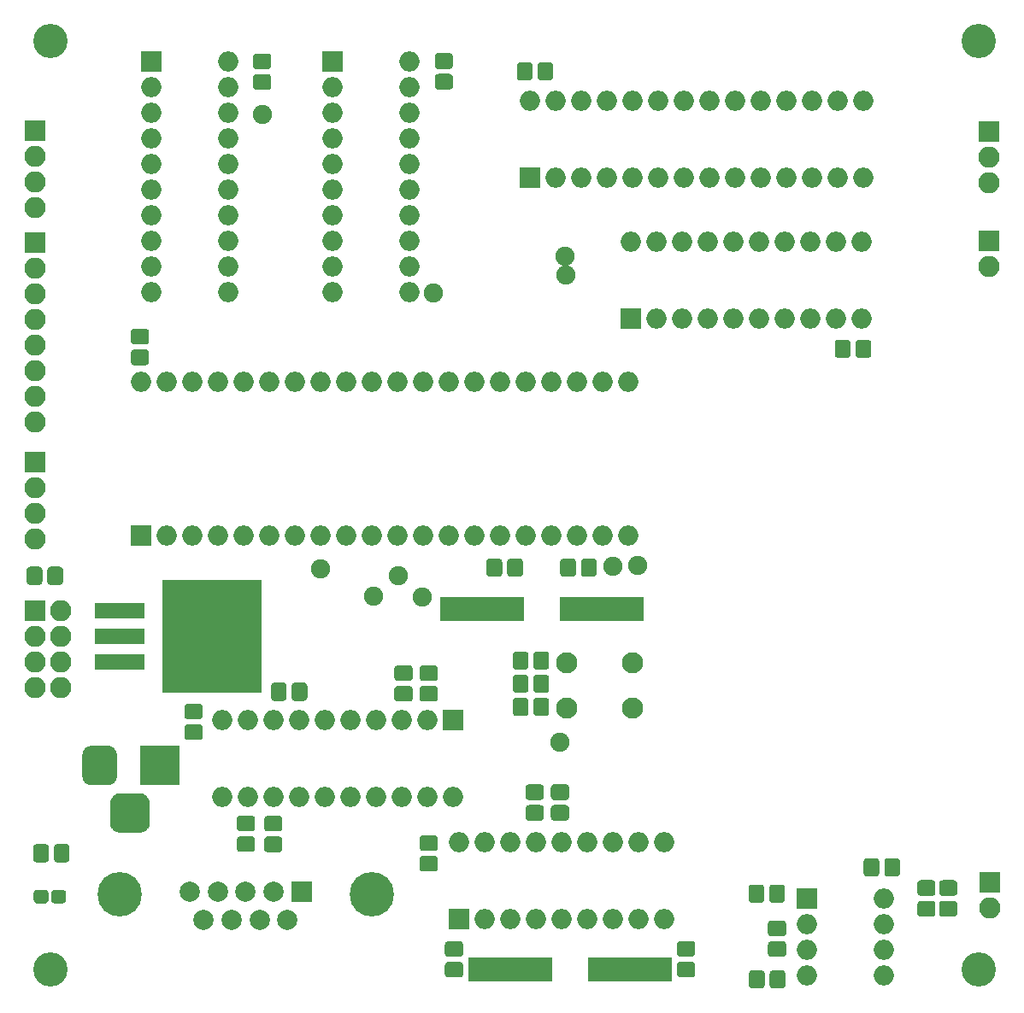
<source format=gbr>
G04 #@! TF.GenerationSoftware,KiCad,Pcbnew,5.0.0-fee4fd1~66~ubuntu16.04.1*
G04 #@! TF.CreationDate,2018-11-19T11:17:55+01:00*
G04 #@! TF.ProjectId,byggern,6279676765726E2E6B696361645F7063,rev?*
G04 #@! TF.SameCoordinates,Original*
G04 #@! TF.FileFunction,Soldermask,Top*
G04 #@! TF.FilePolarity,Negative*
%FSLAX46Y46*%
G04 Gerber Fmt 4.6, Leading zero omitted, Abs format (unit mm)*
G04 Created by KiCad (PCBNEW 5.0.0-fee4fd1~66~ubuntu16.04.1) date Mon Nov 19 11:17:55 2018*
%MOMM*%
%LPD*%
G01*
G04 APERTURE LIST*
%ADD10R,2.000000X2.000000*%
%ADD11O,2.000000X2.000000*%
%ADD12C,0.100000*%
%ADD13C,1.550000*%
%ADD14C,2.000000*%
%ADD15C,4.400000*%
%ADD16R,5.000000X1.500000*%
%ADD17R,9.800000X11.200000*%
%ADD18R,3.900000X3.900000*%
%ADD19C,3.400000*%
%ADD20C,3.900000*%
%ADD21R,8.275000X2.400000*%
%ADD22R,2.100000X2.100000*%
%ADD23O,2.100000X2.100000*%
%ADD24C,1.350000*%
%ADD25C,2.100000*%
%ADD26C,1.900000*%
G04 APERTURE END LIST*
D10*
G04 #@! TO.C,U3*
X51500000Y-26700000D03*
D11*
X59120000Y-49560000D03*
X51500000Y-29240000D03*
X59120000Y-47020000D03*
X51500000Y-31780000D03*
X59120000Y-44480000D03*
X51500000Y-34320000D03*
X59120000Y-41940000D03*
X51500000Y-36860000D03*
X59120000Y-39400000D03*
X51500000Y-39400000D03*
X59120000Y-36860000D03*
X51500000Y-41940000D03*
X59120000Y-34320000D03*
X51500000Y-44480000D03*
X59120000Y-31780000D03*
X51500000Y-47020000D03*
X59120000Y-29240000D03*
X51500000Y-49560000D03*
X59120000Y-26700000D03*
G04 #@! TD*
D12*
G04 #@! TO.C,C1*
G36*
X75271071Y-76001623D02*
X75303781Y-76006475D01*
X75335857Y-76014509D01*
X75366991Y-76025649D01*
X75396884Y-76039787D01*
X75425247Y-76056787D01*
X75451807Y-76076485D01*
X75476308Y-76098692D01*
X75498515Y-76123193D01*
X75518213Y-76149753D01*
X75535213Y-76178116D01*
X75549351Y-76208009D01*
X75560491Y-76239143D01*
X75568525Y-76271219D01*
X75573377Y-76303929D01*
X75575000Y-76336956D01*
X75575000Y-77463044D01*
X75573377Y-77496071D01*
X75568525Y-77528781D01*
X75560491Y-77560857D01*
X75549351Y-77591991D01*
X75535213Y-77621884D01*
X75518213Y-77650247D01*
X75498515Y-77676807D01*
X75476308Y-77701308D01*
X75451807Y-77723515D01*
X75425247Y-77743213D01*
X75396884Y-77760213D01*
X75366991Y-77774351D01*
X75335857Y-77785491D01*
X75303781Y-77793525D01*
X75271071Y-77798377D01*
X75238044Y-77800000D01*
X74361956Y-77800000D01*
X74328929Y-77798377D01*
X74296219Y-77793525D01*
X74264143Y-77785491D01*
X74233009Y-77774351D01*
X74203116Y-77760213D01*
X74174753Y-77743213D01*
X74148193Y-77723515D01*
X74123692Y-77701308D01*
X74101485Y-77676807D01*
X74081787Y-77650247D01*
X74064787Y-77621884D01*
X74050649Y-77591991D01*
X74039509Y-77560857D01*
X74031475Y-77528781D01*
X74026623Y-77496071D01*
X74025000Y-77463044D01*
X74025000Y-76336956D01*
X74026623Y-76303929D01*
X74031475Y-76271219D01*
X74039509Y-76239143D01*
X74050649Y-76208009D01*
X74064787Y-76178116D01*
X74081787Y-76149753D01*
X74101485Y-76123193D01*
X74123692Y-76098692D01*
X74148193Y-76076485D01*
X74174753Y-76056787D01*
X74203116Y-76039787D01*
X74233009Y-76025649D01*
X74264143Y-76014509D01*
X74296219Y-76006475D01*
X74328929Y-76001623D01*
X74361956Y-76000000D01*
X75238044Y-76000000D01*
X75271071Y-76001623D01*
X75271071Y-76001623D01*
G37*
D13*
X74800000Y-76900000D03*
D12*
G36*
X77321071Y-76001623D02*
X77353781Y-76006475D01*
X77385857Y-76014509D01*
X77416991Y-76025649D01*
X77446884Y-76039787D01*
X77475247Y-76056787D01*
X77501807Y-76076485D01*
X77526308Y-76098692D01*
X77548515Y-76123193D01*
X77568213Y-76149753D01*
X77585213Y-76178116D01*
X77599351Y-76208009D01*
X77610491Y-76239143D01*
X77618525Y-76271219D01*
X77623377Y-76303929D01*
X77625000Y-76336956D01*
X77625000Y-77463044D01*
X77623377Y-77496071D01*
X77618525Y-77528781D01*
X77610491Y-77560857D01*
X77599351Y-77591991D01*
X77585213Y-77621884D01*
X77568213Y-77650247D01*
X77548515Y-77676807D01*
X77526308Y-77701308D01*
X77501807Y-77723515D01*
X77475247Y-77743213D01*
X77446884Y-77760213D01*
X77416991Y-77774351D01*
X77385857Y-77785491D01*
X77353781Y-77793525D01*
X77321071Y-77798377D01*
X77288044Y-77800000D01*
X76411956Y-77800000D01*
X76378929Y-77798377D01*
X76346219Y-77793525D01*
X76314143Y-77785491D01*
X76283009Y-77774351D01*
X76253116Y-77760213D01*
X76224753Y-77743213D01*
X76198193Y-77723515D01*
X76173692Y-77701308D01*
X76151485Y-77676807D01*
X76131787Y-77650247D01*
X76114787Y-77621884D01*
X76100649Y-77591991D01*
X76089509Y-77560857D01*
X76081475Y-77528781D01*
X76076623Y-77496071D01*
X76075000Y-77463044D01*
X76075000Y-76336956D01*
X76076623Y-76303929D01*
X76081475Y-76271219D01*
X76089509Y-76239143D01*
X76100649Y-76208009D01*
X76114787Y-76178116D01*
X76131787Y-76149753D01*
X76151485Y-76123193D01*
X76173692Y-76098692D01*
X76198193Y-76076485D01*
X76224753Y-76056787D01*
X76253116Y-76039787D01*
X76283009Y-76025649D01*
X76314143Y-76014509D01*
X76346219Y-76006475D01*
X76378929Y-76001623D01*
X76411956Y-76000000D01*
X77288044Y-76000000D01*
X77321071Y-76001623D01*
X77321071Y-76001623D01*
G37*
D13*
X76850000Y-76900000D03*
G04 #@! TD*
D12*
G04 #@! TO.C,C2*
G36*
X67971071Y-76001623D02*
X68003781Y-76006475D01*
X68035857Y-76014509D01*
X68066991Y-76025649D01*
X68096884Y-76039787D01*
X68125247Y-76056787D01*
X68151807Y-76076485D01*
X68176308Y-76098692D01*
X68198515Y-76123193D01*
X68218213Y-76149753D01*
X68235213Y-76178116D01*
X68249351Y-76208009D01*
X68260491Y-76239143D01*
X68268525Y-76271219D01*
X68273377Y-76303929D01*
X68275000Y-76336956D01*
X68275000Y-77463044D01*
X68273377Y-77496071D01*
X68268525Y-77528781D01*
X68260491Y-77560857D01*
X68249351Y-77591991D01*
X68235213Y-77621884D01*
X68218213Y-77650247D01*
X68198515Y-77676807D01*
X68176308Y-77701308D01*
X68151807Y-77723515D01*
X68125247Y-77743213D01*
X68096884Y-77760213D01*
X68066991Y-77774351D01*
X68035857Y-77785491D01*
X68003781Y-77793525D01*
X67971071Y-77798377D01*
X67938044Y-77800000D01*
X67061956Y-77800000D01*
X67028929Y-77798377D01*
X66996219Y-77793525D01*
X66964143Y-77785491D01*
X66933009Y-77774351D01*
X66903116Y-77760213D01*
X66874753Y-77743213D01*
X66848193Y-77723515D01*
X66823692Y-77701308D01*
X66801485Y-77676807D01*
X66781787Y-77650247D01*
X66764787Y-77621884D01*
X66750649Y-77591991D01*
X66739509Y-77560857D01*
X66731475Y-77528781D01*
X66726623Y-77496071D01*
X66725000Y-77463044D01*
X66725000Y-76336956D01*
X66726623Y-76303929D01*
X66731475Y-76271219D01*
X66739509Y-76239143D01*
X66750649Y-76208009D01*
X66764787Y-76178116D01*
X66781787Y-76149753D01*
X66801485Y-76123193D01*
X66823692Y-76098692D01*
X66848193Y-76076485D01*
X66874753Y-76056787D01*
X66903116Y-76039787D01*
X66933009Y-76025649D01*
X66964143Y-76014509D01*
X66996219Y-76006475D01*
X67028929Y-76001623D01*
X67061956Y-76000000D01*
X67938044Y-76000000D01*
X67971071Y-76001623D01*
X67971071Y-76001623D01*
G37*
D13*
X67500000Y-76900000D03*
D12*
G36*
X70021071Y-76001623D02*
X70053781Y-76006475D01*
X70085857Y-76014509D01*
X70116991Y-76025649D01*
X70146884Y-76039787D01*
X70175247Y-76056787D01*
X70201807Y-76076485D01*
X70226308Y-76098692D01*
X70248515Y-76123193D01*
X70268213Y-76149753D01*
X70285213Y-76178116D01*
X70299351Y-76208009D01*
X70310491Y-76239143D01*
X70318525Y-76271219D01*
X70323377Y-76303929D01*
X70325000Y-76336956D01*
X70325000Y-77463044D01*
X70323377Y-77496071D01*
X70318525Y-77528781D01*
X70310491Y-77560857D01*
X70299351Y-77591991D01*
X70285213Y-77621884D01*
X70268213Y-77650247D01*
X70248515Y-77676807D01*
X70226308Y-77701308D01*
X70201807Y-77723515D01*
X70175247Y-77743213D01*
X70146884Y-77760213D01*
X70116991Y-77774351D01*
X70085857Y-77785491D01*
X70053781Y-77793525D01*
X70021071Y-77798377D01*
X69988044Y-77800000D01*
X69111956Y-77800000D01*
X69078929Y-77798377D01*
X69046219Y-77793525D01*
X69014143Y-77785491D01*
X68983009Y-77774351D01*
X68953116Y-77760213D01*
X68924753Y-77743213D01*
X68898193Y-77723515D01*
X68873692Y-77701308D01*
X68851485Y-77676807D01*
X68831787Y-77650247D01*
X68814787Y-77621884D01*
X68800649Y-77591991D01*
X68789509Y-77560857D01*
X68781475Y-77528781D01*
X68776623Y-77496071D01*
X68775000Y-77463044D01*
X68775000Y-76336956D01*
X68776623Y-76303929D01*
X68781475Y-76271219D01*
X68789509Y-76239143D01*
X68800649Y-76208009D01*
X68814787Y-76178116D01*
X68831787Y-76149753D01*
X68851485Y-76123193D01*
X68873692Y-76098692D01*
X68898193Y-76076485D01*
X68924753Y-76056787D01*
X68953116Y-76039787D01*
X68983009Y-76025649D01*
X69014143Y-76014509D01*
X69046219Y-76006475D01*
X69078929Y-76001623D01*
X69111956Y-76000000D01*
X69988044Y-76000000D01*
X70021071Y-76001623D01*
X70021071Y-76001623D01*
G37*
D13*
X69550000Y-76900000D03*
G04 #@! TD*
D12*
G04 #@! TO.C,C3*
G36*
X70571071Y-89801623D02*
X70603781Y-89806475D01*
X70635857Y-89814509D01*
X70666991Y-89825649D01*
X70696884Y-89839787D01*
X70725247Y-89856787D01*
X70751807Y-89876485D01*
X70776308Y-89898692D01*
X70798515Y-89923193D01*
X70818213Y-89949753D01*
X70835213Y-89978116D01*
X70849351Y-90008009D01*
X70860491Y-90039143D01*
X70868525Y-90071219D01*
X70873377Y-90103929D01*
X70875000Y-90136956D01*
X70875000Y-91263044D01*
X70873377Y-91296071D01*
X70868525Y-91328781D01*
X70860491Y-91360857D01*
X70849351Y-91391991D01*
X70835213Y-91421884D01*
X70818213Y-91450247D01*
X70798515Y-91476807D01*
X70776308Y-91501308D01*
X70751807Y-91523515D01*
X70725247Y-91543213D01*
X70696884Y-91560213D01*
X70666991Y-91574351D01*
X70635857Y-91585491D01*
X70603781Y-91593525D01*
X70571071Y-91598377D01*
X70538044Y-91600000D01*
X69661956Y-91600000D01*
X69628929Y-91598377D01*
X69596219Y-91593525D01*
X69564143Y-91585491D01*
X69533009Y-91574351D01*
X69503116Y-91560213D01*
X69474753Y-91543213D01*
X69448193Y-91523515D01*
X69423692Y-91501308D01*
X69401485Y-91476807D01*
X69381787Y-91450247D01*
X69364787Y-91421884D01*
X69350649Y-91391991D01*
X69339509Y-91360857D01*
X69331475Y-91328781D01*
X69326623Y-91296071D01*
X69325000Y-91263044D01*
X69325000Y-90136956D01*
X69326623Y-90103929D01*
X69331475Y-90071219D01*
X69339509Y-90039143D01*
X69350649Y-90008009D01*
X69364787Y-89978116D01*
X69381787Y-89949753D01*
X69401485Y-89923193D01*
X69423692Y-89898692D01*
X69448193Y-89876485D01*
X69474753Y-89856787D01*
X69503116Y-89839787D01*
X69533009Y-89825649D01*
X69564143Y-89814509D01*
X69596219Y-89806475D01*
X69628929Y-89801623D01*
X69661956Y-89800000D01*
X70538044Y-89800000D01*
X70571071Y-89801623D01*
X70571071Y-89801623D01*
G37*
D13*
X70100000Y-90700000D03*
D12*
G36*
X72621071Y-89801623D02*
X72653781Y-89806475D01*
X72685857Y-89814509D01*
X72716991Y-89825649D01*
X72746884Y-89839787D01*
X72775247Y-89856787D01*
X72801807Y-89876485D01*
X72826308Y-89898692D01*
X72848515Y-89923193D01*
X72868213Y-89949753D01*
X72885213Y-89978116D01*
X72899351Y-90008009D01*
X72910491Y-90039143D01*
X72918525Y-90071219D01*
X72923377Y-90103929D01*
X72925000Y-90136956D01*
X72925000Y-91263044D01*
X72923377Y-91296071D01*
X72918525Y-91328781D01*
X72910491Y-91360857D01*
X72899351Y-91391991D01*
X72885213Y-91421884D01*
X72868213Y-91450247D01*
X72848515Y-91476807D01*
X72826308Y-91501308D01*
X72801807Y-91523515D01*
X72775247Y-91543213D01*
X72746884Y-91560213D01*
X72716991Y-91574351D01*
X72685857Y-91585491D01*
X72653781Y-91593525D01*
X72621071Y-91598377D01*
X72588044Y-91600000D01*
X71711956Y-91600000D01*
X71678929Y-91598377D01*
X71646219Y-91593525D01*
X71614143Y-91585491D01*
X71583009Y-91574351D01*
X71553116Y-91560213D01*
X71524753Y-91543213D01*
X71498193Y-91523515D01*
X71473692Y-91501308D01*
X71451485Y-91476807D01*
X71431787Y-91450247D01*
X71414787Y-91421884D01*
X71400649Y-91391991D01*
X71389509Y-91360857D01*
X71381475Y-91328781D01*
X71376623Y-91296071D01*
X71375000Y-91263044D01*
X71375000Y-90136956D01*
X71376623Y-90103929D01*
X71381475Y-90071219D01*
X71389509Y-90039143D01*
X71400649Y-90008009D01*
X71414787Y-89978116D01*
X71431787Y-89949753D01*
X71451485Y-89923193D01*
X71473692Y-89898692D01*
X71498193Y-89876485D01*
X71524753Y-89856787D01*
X71553116Y-89839787D01*
X71583009Y-89825649D01*
X71614143Y-89814509D01*
X71646219Y-89806475D01*
X71678929Y-89801623D01*
X71711956Y-89800000D01*
X72588044Y-89800000D01*
X72621071Y-89801623D01*
X72621071Y-89801623D01*
G37*
D13*
X72150000Y-90700000D03*
G04 #@! TD*
D12*
G04 #@! TO.C,C4*
G36*
X64096071Y-115976623D02*
X64128781Y-115981475D01*
X64160857Y-115989509D01*
X64191991Y-116000649D01*
X64221884Y-116014787D01*
X64250247Y-116031787D01*
X64276807Y-116051485D01*
X64301308Y-116073692D01*
X64323515Y-116098193D01*
X64343213Y-116124753D01*
X64360213Y-116153116D01*
X64374351Y-116183009D01*
X64385491Y-116214143D01*
X64393525Y-116246219D01*
X64398377Y-116278929D01*
X64400000Y-116311956D01*
X64400000Y-117188044D01*
X64398377Y-117221071D01*
X64393525Y-117253781D01*
X64385491Y-117285857D01*
X64374351Y-117316991D01*
X64360213Y-117346884D01*
X64343213Y-117375247D01*
X64323515Y-117401807D01*
X64301308Y-117426308D01*
X64276807Y-117448515D01*
X64250247Y-117468213D01*
X64221884Y-117485213D01*
X64191991Y-117499351D01*
X64160857Y-117510491D01*
X64128781Y-117518525D01*
X64096071Y-117523377D01*
X64063044Y-117525000D01*
X62936956Y-117525000D01*
X62903929Y-117523377D01*
X62871219Y-117518525D01*
X62839143Y-117510491D01*
X62808009Y-117499351D01*
X62778116Y-117485213D01*
X62749753Y-117468213D01*
X62723193Y-117448515D01*
X62698692Y-117426308D01*
X62676485Y-117401807D01*
X62656787Y-117375247D01*
X62639787Y-117346884D01*
X62625649Y-117316991D01*
X62614509Y-117285857D01*
X62606475Y-117253781D01*
X62601623Y-117221071D01*
X62600000Y-117188044D01*
X62600000Y-116311956D01*
X62601623Y-116278929D01*
X62606475Y-116246219D01*
X62614509Y-116214143D01*
X62625649Y-116183009D01*
X62639787Y-116153116D01*
X62656787Y-116124753D01*
X62676485Y-116098193D01*
X62698692Y-116073692D01*
X62723193Y-116051485D01*
X62749753Y-116031787D01*
X62778116Y-116014787D01*
X62808009Y-116000649D01*
X62839143Y-115989509D01*
X62871219Y-115981475D01*
X62903929Y-115976623D01*
X62936956Y-115975000D01*
X64063044Y-115975000D01*
X64096071Y-115976623D01*
X64096071Y-115976623D01*
G37*
D13*
X63500000Y-116750000D03*
D12*
G36*
X64096071Y-113926623D02*
X64128781Y-113931475D01*
X64160857Y-113939509D01*
X64191991Y-113950649D01*
X64221884Y-113964787D01*
X64250247Y-113981787D01*
X64276807Y-114001485D01*
X64301308Y-114023692D01*
X64323515Y-114048193D01*
X64343213Y-114074753D01*
X64360213Y-114103116D01*
X64374351Y-114133009D01*
X64385491Y-114164143D01*
X64393525Y-114196219D01*
X64398377Y-114228929D01*
X64400000Y-114261956D01*
X64400000Y-115138044D01*
X64398377Y-115171071D01*
X64393525Y-115203781D01*
X64385491Y-115235857D01*
X64374351Y-115266991D01*
X64360213Y-115296884D01*
X64343213Y-115325247D01*
X64323515Y-115351807D01*
X64301308Y-115376308D01*
X64276807Y-115398515D01*
X64250247Y-115418213D01*
X64221884Y-115435213D01*
X64191991Y-115449351D01*
X64160857Y-115460491D01*
X64128781Y-115468525D01*
X64096071Y-115473377D01*
X64063044Y-115475000D01*
X62936956Y-115475000D01*
X62903929Y-115473377D01*
X62871219Y-115468525D01*
X62839143Y-115460491D01*
X62808009Y-115449351D01*
X62778116Y-115435213D01*
X62749753Y-115418213D01*
X62723193Y-115398515D01*
X62698692Y-115376308D01*
X62676485Y-115351807D01*
X62656787Y-115325247D01*
X62639787Y-115296884D01*
X62625649Y-115266991D01*
X62614509Y-115235857D01*
X62606475Y-115203781D01*
X62601623Y-115171071D01*
X62600000Y-115138044D01*
X62600000Y-114261956D01*
X62601623Y-114228929D01*
X62606475Y-114196219D01*
X62614509Y-114164143D01*
X62625649Y-114133009D01*
X62639787Y-114103116D01*
X62656787Y-114074753D01*
X62676485Y-114048193D01*
X62698692Y-114023692D01*
X62723193Y-114001485D01*
X62749753Y-113981787D01*
X62778116Y-113964787D01*
X62808009Y-113950649D01*
X62839143Y-113939509D01*
X62871219Y-113931475D01*
X62903929Y-113926623D01*
X62936956Y-113925000D01*
X64063044Y-113925000D01*
X64096071Y-113926623D01*
X64096071Y-113926623D01*
G37*
D13*
X63500000Y-114700000D03*
G04 #@! TD*
D12*
G04 #@! TO.C,C5*
G36*
X87096071Y-115951623D02*
X87128781Y-115956475D01*
X87160857Y-115964509D01*
X87191991Y-115975649D01*
X87221884Y-115989787D01*
X87250247Y-116006787D01*
X87276807Y-116026485D01*
X87301308Y-116048692D01*
X87323515Y-116073193D01*
X87343213Y-116099753D01*
X87360213Y-116128116D01*
X87374351Y-116158009D01*
X87385491Y-116189143D01*
X87393525Y-116221219D01*
X87398377Y-116253929D01*
X87400000Y-116286956D01*
X87400000Y-117163044D01*
X87398377Y-117196071D01*
X87393525Y-117228781D01*
X87385491Y-117260857D01*
X87374351Y-117291991D01*
X87360213Y-117321884D01*
X87343213Y-117350247D01*
X87323515Y-117376807D01*
X87301308Y-117401308D01*
X87276807Y-117423515D01*
X87250247Y-117443213D01*
X87221884Y-117460213D01*
X87191991Y-117474351D01*
X87160857Y-117485491D01*
X87128781Y-117493525D01*
X87096071Y-117498377D01*
X87063044Y-117500000D01*
X85936956Y-117500000D01*
X85903929Y-117498377D01*
X85871219Y-117493525D01*
X85839143Y-117485491D01*
X85808009Y-117474351D01*
X85778116Y-117460213D01*
X85749753Y-117443213D01*
X85723193Y-117423515D01*
X85698692Y-117401308D01*
X85676485Y-117376807D01*
X85656787Y-117350247D01*
X85639787Y-117321884D01*
X85625649Y-117291991D01*
X85614509Y-117260857D01*
X85606475Y-117228781D01*
X85601623Y-117196071D01*
X85600000Y-117163044D01*
X85600000Y-116286956D01*
X85601623Y-116253929D01*
X85606475Y-116221219D01*
X85614509Y-116189143D01*
X85625649Y-116158009D01*
X85639787Y-116128116D01*
X85656787Y-116099753D01*
X85676485Y-116073193D01*
X85698692Y-116048692D01*
X85723193Y-116026485D01*
X85749753Y-116006787D01*
X85778116Y-115989787D01*
X85808009Y-115975649D01*
X85839143Y-115964509D01*
X85871219Y-115956475D01*
X85903929Y-115951623D01*
X85936956Y-115950000D01*
X87063044Y-115950000D01*
X87096071Y-115951623D01*
X87096071Y-115951623D01*
G37*
D13*
X86500000Y-116725000D03*
D12*
G36*
X87096071Y-113901623D02*
X87128781Y-113906475D01*
X87160857Y-113914509D01*
X87191991Y-113925649D01*
X87221884Y-113939787D01*
X87250247Y-113956787D01*
X87276807Y-113976485D01*
X87301308Y-113998692D01*
X87323515Y-114023193D01*
X87343213Y-114049753D01*
X87360213Y-114078116D01*
X87374351Y-114108009D01*
X87385491Y-114139143D01*
X87393525Y-114171219D01*
X87398377Y-114203929D01*
X87400000Y-114236956D01*
X87400000Y-115113044D01*
X87398377Y-115146071D01*
X87393525Y-115178781D01*
X87385491Y-115210857D01*
X87374351Y-115241991D01*
X87360213Y-115271884D01*
X87343213Y-115300247D01*
X87323515Y-115326807D01*
X87301308Y-115351308D01*
X87276807Y-115373515D01*
X87250247Y-115393213D01*
X87221884Y-115410213D01*
X87191991Y-115424351D01*
X87160857Y-115435491D01*
X87128781Y-115443525D01*
X87096071Y-115448377D01*
X87063044Y-115450000D01*
X85936956Y-115450000D01*
X85903929Y-115448377D01*
X85871219Y-115443525D01*
X85839143Y-115435491D01*
X85808009Y-115424351D01*
X85778116Y-115410213D01*
X85749753Y-115393213D01*
X85723193Y-115373515D01*
X85698692Y-115351308D01*
X85676485Y-115326807D01*
X85656787Y-115300247D01*
X85639787Y-115271884D01*
X85625649Y-115241991D01*
X85614509Y-115210857D01*
X85606475Y-115178781D01*
X85601623Y-115146071D01*
X85600000Y-115113044D01*
X85600000Y-114236956D01*
X85601623Y-114203929D01*
X85606475Y-114171219D01*
X85614509Y-114139143D01*
X85625649Y-114108009D01*
X85639787Y-114078116D01*
X85656787Y-114049753D01*
X85676485Y-114023193D01*
X85698692Y-113998692D01*
X85723193Y-113976485D01*
X85749753Y-113956787D01*
X85778116Y-113939787D01*
X85808009Y-113925649D01*
X85839143Y-113914509D01*
X85871219Y-113906475D01*
X85903929Y-113901623D01*
X85936956Y-113900000D01*
X87063044Y-113900000D01*
X87096071Y-113901623D01*
X87096071Y-113901623D01*
G37*
D13*
X86500000Y-114675000D03*
G04 #@! TD*
D12*
G04 #@! TO.C,C6*
G36*
X61596071Y-103426623D02*
X61628781Y-103431475D01*
X61660857Y-103439509D01*
X61691991Y-103450649D01*
X61721884Y-103464787D01*
X61750247Y-103481787D01*
X61776807Y-103501485D01*
X61801308Y-103523692D01*
X61823515Y-103548193D01*
X61843213Y-103574753D01*
X61860213Y-103603116D01*
X61874351Y-103633009D01*
X61885491Y-103664143D01*
X61893525Y-103696219D01*
X61898377Y-103728929D01*
X61900000Y-103761956D01*
X61900000Y-104638044D01*
X61898377Y-104671071D01*
X61893525Y-104703781D01*
X61885491Y-104735857D01*
X61874351Y-104766991D01*
X61860213Y-104796884D01*
X61843213Y-104825247D01*
X61823515Y-104851807D01*
X61801308Y-104876308D01*
X61776807Y-104898515D01*
X61750247Y-104918213D01*
X61721884Y-104935213D01*
X61691991Y-104949351D01*
X61660857Y-104960491D01*
X61628781Y-104968525D01*
X61596071Y-104973377D01*
X61563044Y-104975000D01*
X60436956Y-104975000D01*
X60403929Y-104973377D01*
X60371219Y-104968525D01*
X60339143Y-104960491D01*
X60308009Y-104949351D01*
X60278116Y-104935213D01*
X60249753Y-104918213D01*
X60223193Y-104898515D01*
X60198692Y-104876308D01*
X60176485Y-104851807D01*
X60156787Y-104825247D01*
X60139787Y-104796884D01*
X60125649Y-104766991D01*
X60114509Y-104735857D01*
X60106475Y-104703781D01*
X60101623Y-104671071D01*
X60100000Y-104638044D01*
X60100000Y-103761956D01*
X60101623Y-103728929D01*
X60106475Y-103696219D01*
X60114509Y-103664143D01*
X60125649Y-103633009D01*
X60139787Y-103603116D01*
X60156787Y-103574753D01*
X60176485Y-103548193D01*
X60198692Y-103523692D01*
X60223193Y-103501485D01*
X60249753Y-103481787D01*
X60278116Y-103464787D01*
X60308009Y-103450649D01*
X60339143Y-103439509D01*
X60371219Y-103431475D01*
X60403929Y-103426623D01*
X60436956Y-103425000D01*
X61563044Y-103425000D01*
X61596071Y-103426623D01*
X61596071Y-103426623D01*
G37*
D13*
X61000000Y-104200000D03*
D12*
G36*
X61596071Y-105476623D02*
X61628781Y-105481475D01*
X61660857Y-105489509D01*
X61691991Y-105500649D01*
X61721884Y-105514787D01*
X61750247Y-105531787D01*
X61776807Y-105551485D01*
X61801308Y-105573692D01*
X61823515Y-105598193D01*
X61843213Y-105624753D01*
X61860213Y-105653116D01*
X61874351Y-105683009D01*
X61885491Y-105714143D01*
X61893525Y-105746219D01*
X61898377Y-105778929D01*
X61900000Y-105811956D01*
X61900000Y-106688044D01*
X61898377Y-106721071D01*
X61893525Y-106753781D01*
X61885491Y-106785857D01*
X61874351Y-106816991D01*
X61860213Y-106846884D01*
X61843213Y-106875247D01*
X61823515Y-106901807D01*
X61801308Y-106926308D01*
X61776807Y-106948515D01*
X61750247Y-106968213D01*
X61721884Y-106985213D01*
X61691991Y-106999351D01*
X61660857Y-107010491D01*
X61628781Y-107018525D01*
X61596071Y-107023377D01*
X61563044Y-107025000D01*
X60436956Y-107025000D01*
X60403929Y-107023377D01*
X60371219Y-107018525D01*
X60339143Y-107010491D01*
X60308009Y-106999351D01*
X60278116Y-106985213D01*
X60249753Y-106968213D01*
X60223193Y-106948515D01*
X60198692Y-106926308D01*
X60176485Y-106901807D01*
X60156787Y-106875247D01*
X60139787Y-106846884D01*
X60125649Y-106816991D01*
X60114509Y-106785857D01*
X60106475Y-106753781D01*
X60101623Y-106721071D01*
X60100000Y-106688044D01*
X60100000Y-105811956D01*
X60101623Y-105778929D01*
X60106475Y-105746219D01*
X60114509Y-105714143D01*
X60125649Y-105683009D01*
X60139787Y-105653116D01*
X60156787Y-105624753D01*
X60176485Y-105598193D01*
X60198692Y-105573692D01*
X60223193Y-105551485D01*
X60249753Y-105531787D01*
X60278116Y-105514787D01*
X60308009Y-105500649D01*
X60339143Y-105489509D01*
X60371219Y-105481475D01*
X60403929Y-105476623D01*
X60436956Y-105475000D01*
X61563044Y-105475000D01*
X61596071Y-105476623D01*
X61596071Y-105476623D01*
G37*
D13*
X61000000Y-106250000D03*
G04 #@! TD*
D12*
G04 #@! TO.C,C7*
G36*
X38296071Y-90376623D02*
X38328781Y-90381475D01*
X38360857Y-90389509D01*
X38391991Y-90400649D01*
X38421884Y-90414787D01*
X38450247Y-90431787D01*
X38476807Y-90451485D01*
X38501308Y-90473692D01*
X38523515Y-90498193D01*
X38543213Y-90524753D01*
X38560213Y-90553116D01*
X38574351Y-90583009D01*
X38585491Y-90614143D01*
X38593525Y-90646219D01*
X38598377Y-90678929D01*
X38600000Y-90711956D01*
X38600000Y-91588044D01*
X38598377Y-91621071D01*
X38593525Y-91653781D01*
X38585491Y-91685857D01*
X38574351Y-91716991D01*
X38560213Y-91746884D01*
X38543213Y-91775247D01*
X38523515Y-91801807D01*
X38501308Y-91826308D01*
X38476807Y-91848515D01*
X38450247Y-91868213D01*
X38421884Y-91885213D01*
X38391991Y-91899351D01*
X38360857Y-91910491D01*
X38328781Y-91918525D01*
X38296071Y-91923377D01*
X38263044Y-91925000D01*
X37136956Y-91925000D01*
X37103929Y-91923377D01*
X37071219Y-91918525D01*
X37039143Y-91910491D01*
X37008009Y-91899351D01*
X36978116Y-91885213D01*
X36949753Y-91868213D01*
X36923193Y-91848515D01*
X36898692Y-91826308D01*
X36876485Y-91801807D01*
X36856787Y-91775247D01*
X36839787Y-91746884D01*
X36825649Y-91716991D01*
X36814509Y-91685857D01*
X36806475Y-91653781D01*
X36801623Y-91621071D01*
X36800000Y-91588044D01*
X36800000Y-90711956D01*
X36801623Y-90678929D01*
X36806475Y-90646219D01*
X36814509Y-90614143D01*
X36825649Y-90583009D01*
X36839787Y-90553116D01*
X36856787Y-90524753D01*
X36876485Y-90498193D01*
X36898692Y-90473692D01*
X36923193Y-90451485D01*
X36949753Y-90431787D01*
X36978116Y-90414787D01*
X37008009Y-90400649D01*
X37039143Y-90389509D01*
X37071219Y-90381475D01*
X37103929Y-90376623D01*
X37136956Y-90375000D01*
X38263044Y-90375000D01*
X38296071Y-90376623D01*
X38296071Y-90376623D01*
G37*
D13*
X37700000Y-91150000D03*
D12*
G36*
X38296071Y-92426623D02*
X38328781Y-92431475D01*
X38360857Y-92439509D01*
X38391991Y-92450649D01*
X38421884Y-92464787D01*
X38450247Y-92481787D01*
X38476807Y-92501485D01*
X38501308Y-92523692D01*
X38523515Y-92548193D01*
X38543213Y-92574753D01*
X38560213Y-92603116D01*
X38574351Y-92633009D01*
X38585491Y-92664143D01*
X38593525Y-92696219D01*
X38598377Y-92728929D01*
X38600000Y-92761956D01*
X38600000Y-93638044D01*
X38598377Y-93671071D01*
X38593525Y-93703781D01*
X38585491Y-93735857D01*
X38574351Y-93766991D01*
X38560213Y-93796884D01*
X38543213Y-93825247D01*
X38523515Y-93851807D01*
X38501308Y-93876308D01*
X38476807Y-93898515D01*
X38450247Y-93918213D01*
X38421884Y-93935213D01*
X38391991Y-93949351D01*
X38360857Y-93960491D01*
X38328781Y-93968525D01*
X38296071Y-93973377D01*
X38263044Y-93975000D01*
X37136956Y-93975000D01*
X37103929Y-93973377D01*
X37071219Y-93968525D01*
X37039143Y-93960491D01*
X37008009Y-93949351D01*
X36978116Y-93935213D01*
X36949753Y-93918213D01*
X36923193Y-93898515D01*
X36898692Y-93876308D01*
X36876485Y-93851807D01*
X36856787Y-93825247D01*
X36839787Y-93796884D01*
X36825649Y-93766991D01*
X36814509Y-93735857D01*
X36806475Y-93703781D01*
X36801623Y-93671071D01*
X36800000Y-93638044D01*
X36800000Y-92761956D01*
X36801623Y-92728929D01*
X36806475Y-92696219D01*
X36814509Y-92664143D01*
X36825649Y-92633009D01*
X36839787Y-92603116D01*
X36856787Y-92574753D01*
X36876485Y-92548193D01*
X36898692Y-92523692D01*
X36923193Y-92501485D01*
X36949753Y-92481787D01*
X36978116Y-92464787D01*
X37008009Y-92450649D01*
X37039143Y-92439509D01*
X37071219Y-92431475D01*
X37103929Y-92426623D01*
X37136956Y-92425000D01*
X38263044Y-92425000D01*
X38296071Y-92426623D01*
X38296071Y-92426623D01*
G37*
D13*
X37700000Y-93200000D03*
G04 #@! TD*
D12*
G04 #@! TO.C,C8*
G36*
X24471071Y-76801623D02*
X24503781Y-76806475D01*
X24535857Y-76814509D01*
X24566991Y-76825649D01*
X24596884Y-76839787D01*
X24625247Y-76856787D01*
X24651807Y-76876485D01*
X24676308Y-76898692D01*
X24698515Y-76923193D01*
X24718213Y-76949753D01*
X24735213Y-76978116D01*
X24749351Y-77008009D01*
X24760491Y-77039143D01*
X24768525Y-77071219D01*
X24773377Y-77103929D01*
X24775000Y-77136956D01*
X24775000Y-78263044D01*
X24773377Y-78296071D01*
X24768525Y-78328781D01*
X24760491Y-78360857D01*
X24749351Y-78391991D01*
X24735213Y-78421884D01*
X24718213Y-78450247D01*
X24698515Y-78476807D01*
X24676308Y-78501308D01*
X24651807Y-78523515D01*
X24625247Y-78543213D01*
X24596884Y-78560213D01*
X24566991Y-78574351D01*
X24535857Y-78585491D01*
X24503781Y-78593525D01*
X24471071Y-78598377D01*
X24438044Y-78600000D01*
X23561956Y-78600000D01*
X23528929Y-78598377D01*
X23496219Y-78593525D01*
X23464143Y-78585491D01*
X23433009Y-78574351D01*
X23403116Y-78560213D01*
X23374753Y-78543213D01*
X23348193Y-78523515D01*
X23323692Y-78501308D01*
X23301485Y-78476807D01*
X23281787Y-78450247D01*
X23264787Y-78421884D01*
X23250649Y-78391991D01*
X23239509Y-78360857D01*
X23231475Y-78328781D01*
X23226623Y-78296071D01*
X23225000Y-78263044D01*
X23225000Y-77136956D01*
X23226623Y-77103929D01*
X23231475Y-77071219D01*
X23239509Y-77039143D01*
X23250649Y-77008009D01*
X23264787Y-76978116D01*
X23281787Y-76949753D01*
X23301485Y-76923193D01*
X23323692Y-76898692D01*
X23348193Y-76876485D01*
X23374753Y-76856787D01*
X23403116Y-76839787D01*
X23433009Y-76825649D01*
X23464143Y-76814509D01*
X23496219Y-76806475D01*
X23528929Y-76801623D01*
X23561956Y-76800000D01*
X24438044Y-76800000D01*
X24471071Y-76801623D01*
X24471071Y-76801623D01*
G37*
D13*
X24000000Y-77700000D03*
D12*
G36*
X22421071Y-76801623D02*
X22453781Y-76806475D01*
X22485857Y-76814509D01*
X22516991Y-76825649D01*
X22546884Y-76839787D01*
X22575247Y-76856787D01*
X22601807Y-76876485D01*
X22626308Y-76898692D01*
X22648515Y-76923193D01*
X22668213Y-76949753D01*
X22685213Y-76978116D01*
X22699351Y-77008009D01*
X22710491Y-77039143D01*
X22718525Y-77071219D01*
X22723377Y-77103929D01*
X22725000Y-77136956D01*
X22725000Y-78263044D01*
X22723377Y-78296071D01*
X22718525Y-78328781D01*
X22710491Y-78360857D01*
X22699351Y-78391991D01*
X22685213Y-78421884D01*
X22668213Y-78450247D01*
X22648515Y-78476807D01*
X22626308Y-78501308D01*
X22601807Y-78523515D01*
X22575247Y-78543213D01*
X22546884Y-78560213D01*
X22516991Y-78574351D01*
X22485857Y-78585491D01*
X22453781Y-78593525D01*
X22421071Y-78598377D01*
X22388044Y-78600000D01*
X21511956Y-78600000D01*
X21478929Y-78598377D01*
X21446219Y-78593525D01*
X21414143Y-78585491D01*
X21383009Y-78574351D01*
X21353116Y-78560213D01*
X21324753Y-78543213D01*
X21298193Y-78523515D01*
X21273692Y-78501308D01*
X21251485Y-78476807D01*
X21231787Y-78450247D01*
X21214787Y-78421884D01*
X21200649Y-78391991D01*
X21189509Y-78360857D01*
X21181475Y-78328781D01*
X21176623Y-78296071D01*
X21175000Y-78263044D01*
X21175000Y-77136956D01*
X21176623Y-77103929D01*
X21181475Y-77071219D01*
X21189509Y-77039143D01*
X21200649Y-77008009D01*
X21214787Y-76978116D01*
X21231787Y-76949753D01*
X21251485Y-76923193D01*
X21273692Y-76898692D01*
X21298193Y-76876485D01*
X21324753Y-76856787D01*
X21353116Y-76839787D01*
X21383009Y-76825649D01*
X21414143Y-76814509D01*
X21446219Y-76806475D01*
X21478929Y-76801623D01*
X21511956Y-76800000D01*
X22388044Y-76800000D01*
X22421071Y-76801623D01*
X22421071Y-76801623D01*
G37*
D13*
X21950000Y-77700000D03*
G04 #@! TD*
D10*
G04 #@! TO.C,J4*
X48400000Y-109000000D03*
D14*
X45630000Y-109000000D03*
X42860000Y-109000000D03*
X40090000Y-109000000D03*
X37320000Y-109000000D03*
X47015000Y-111840000D03*
X44245000Y-111840000D03*
X41475000Y-111840000D03*
X38705000Y-111840000D03*
D15*
X30360000Y-109300000D03*
X55360000Y-109300000D03*
G04 #@! TD*
D12*
G04 #@! TO.C,R1*
G36*
X107371071Y-105701623D02*
X107403781Y-105706475D01*
X107435857Y-105714509D01*
X107466991Y-105725649D01*
X107496884Y-105739787D01*
X107525247Y-105756787D01*
X107551807Y-105776485D01*
X107576308Y-105798692D01*
X107598515Y-105823193D01*
X107618213Y-105849753D01*
X107635213Y-105878116D01*
X107649351Y-105908009D01*
X107660491Y-105939143D01*
X107668525Y-105971219D01*
X107673377Y-106003929D01*
X107675000Y-106036956D01*
X107675000Y-107163044D01*
X107673377Y-107196071D01*
X107668525Y-107228781D01*
X107660491Y-107260857D01*
X107649351Y-107291991D01*
X107635213Y-107321884D01*
X107618213Y-107350247D01*
X107598515Y-107376807D01*
X107576308Y-107401308D01*
X107551807Y-107423515D01*
X107525247Y-107443213D01*
X107496884Y-107460213D01*
X107466991Y-107474351D01*
X107435857Y-107485491D01*
X107403781Y-107493525D01*
X107371071Y-107498377D01*
X107338044Y-107500000D01*
X106461956Y-107500000D01*
X106428929Y-107498377D01*
X106396219Y-107493525D01*
X106364143Y-107485491D01*
X106333009Y-107474351D01*
X106303116Y-107460213D01*
X106274753Y-107443213D01*
X106248193Y-107423515D01*
X106223692Y-107401308D01*
X106201485Y-107376807D01*
X106181787Y-107350247D01*
X106164787Y-107321884D01*
X106150649Y-107291991D01*
X106139509Y-107260857D01*
X106131475Y-107228781D01*
X106126623Y-107196071D01*
X106125000Y-107163044D01*
X106125000Y-106036956D01*
X106126623Y-106003929D01*
X106131475Y-105971219D01*
X106139509Y-105939143D01*
X106150649Y-105908009D01*
X106164787Y-105878116D01*
X106181787Y-105849753D01*
X106201485Y-105823193D01*
X106223692Y-105798692D01*
X106248193Y-105776485D01*
X106274753Y-105756787D01*
X106303116Y-105739787D01*
X106333009Y-105725649D01*
X106364143Y-105714509D01*
X106396219Y-105706475D01*
X106428929Y-105701623D01*
X106461956Y-105700000D01*
X107338044Y-105700000D01*
X107371071Y-105701623D01*
X107371071Y-105701623D01*
G37*
D13*
X106900000Y-106600000D03*
D12*
G36*
X105321071Y-105701623D02*
X105353781Y-105706475D01*
X105385857Y-105714509D01*
X105416991Y-105725649D01*
X105446884Y-105739787D01*
X105475247Y-105756787D01*
X105501807Y-105776485D01*
X105526308Y-105798692D01*
X105548515Y-105823193D01*
X105568213Y-105849753D01*
X105585213Y-105878116D01*
X105599351Y-105908009D01*
X105610491Y-105939143D01*
X105618525Y-105971219D01*
X105623377Y-106003929D01*
X105625000Y-106036956D01*
X105625000Y-107163044D01*
X105623377Y-107196071D01*
X105618525Y-107228781D01*
X105610491Y-107260857D01*
X105599351Y-107291991D01*
X105585213Y-107321884D01*
X105568213Y-107350247D01*
X105548515Y-107376807D01*
X105526308Y-107401308D01*
X105501807Y-107423515D01*
X105475247Y-107443213D01*
X105446884Y-107460213D01*
X105416991Y-107474351D01*
X105385857Y-107485491D01*
X105353781Y-107493525D01*
X105321071Y-107498377D01*
X105288044Y-107500000D01*
X104411956Y-107500000D01*
X104378929Y-107498377D01*
X104346219Y-107493525D01*
X104314143Y-107485491D01*
X104283009Y-107474351D01*
X104253116Y-107460213D01*
X104224753Y-107443213D01*
X104198193Y-107423515D01*
X104173692Y-107401308D01*
X104151485Y-107376807D01*
X104131787Y-107350247D01*
X104114787Y-107321884D01*
X104100649Y-107291991D01*
X104089509Y-107260857D01*
X104081475Y-107228781D01*
X104076623Y-107196071D01*
X104075000Y-107163044D01*
X104075000Y-106036956D01*
X104076623Y-106003929D01*
X104081475Y-105971219D01*
X104089509Y-105939143D01*
X104100649Y-105908009D01*
X104114787Y-105878116D01*
X104131787Y-105849753D01*
X104151485Y-105823193D01*
X104173692Y-105798692D01*
X104198193Y-105776485D01*
X104224753Y-105756787D01*
X104253116Y-105739787D01*
X104283009Y-105725649D01*
X104314143Y-105714509D01*
X104346219Y-105706475D01*
X104378929Y-105701623D01*
X104411956Y-105700000D01*
X105288044Y-105700000D01*
X105321071Y-105701623D01*
X105321071Y-105701623D01*
G37*
D13*
X104850000Y-106600000D03*
G04 #@! TD*
D12*
G04 #@! TO.C,R2*
G36*
X72621071Y-87501623D02*
X72653781Y-87506475D01*
X72685857Y-87514509D01*
X72716991Y-87525649D01*
X72746884Y-87539787D01*
X72775247Y-87556787D01*
X72801807Y-87576485D01*
X72826308Y-87598692D01*
X72848515Y-87623193D01*
X72868213Y-87649753D01*
X72885213Y-87678116D01*
X72899351Y-87708009D01*
X72910491Y-87739143D01*
X72918525Y-87771219D01*
X72923377Y-87803929D01*
X72925000Y-87836956D01*
X72925000Y-88963044D01*
X72923377Y-88996071D01*
X72918525Y-89028781D01*
X72910491Y-89060857D01*
X72899351Y-89091991D01*
X72885213Y-89121884D01*
X72868213Y-89150247D01*
X72848515Y-89176807D01*
X72826308Y-89201308D01*
X72801807Y-89223515D01*
X72775247Y-89243213D01*
X72746884Y-89260213D01*
X72716991Y-89274351D01*
X72685857Y-89285491D01*
X72653781Y-89293525D01*
X72621071Y-89298377D01*
X72588044Y-89300000D01*
X71711956Y-89300000D01*
X71678929Y-89298377D01*
X71646219Y-89293525D01*
X71614143Y-89285491D01*
X71583009Y-89274351D01*
X71553116Y-89260213D01*
X71524753Y-89243213D01*
X71498193Y-89223515D01*
X71473692Y-89201308D01*
X71451485Y-89176807D01*
X71431787Y-89150247D01*
X71414787Y-89121884D01*
X71400649Y-89091991D01*
X71389509Y-89060857D01*
X71381475Y-89028781D01*
X71376623Y-88996071D01*
X71375000Y-88963044D01*
X71375000Y-87836956D01*
X71376623Y-87803929D01*
X71381475Y-87771219D01*
X71389509Y-87739143D01*
X71400649Y-87708009D01*
X71414787Y-87678116D01*
X71431787Y-87649753D01*
X71451485Y-87623193D01*
X71473692Y-87598692D01*
X71498193Y-87576485D01*
X71524753Y-87556787D01*
X71553116Y-87539787D01*
X71583009Y-87525649D01*
X71614143Y-87514509D01*
X71646219Y-87506475D01*
X71678929Y-87501623D01*
X71711956Y-87500000D01*
X72588044Y-87500000D01*
X72621071Y-87501623D01*
X72621071Y-87501623D01*
G37*
D13*
X72150000Y-88400000D03*
D12*
G36*
X70571071Y-87501623D02*
X70603781Y-87506475D01*
X70635857Y-87514509D01*
X70666991Y-87525649D01*
X70696884Y-87539787D01*
X70725247Y-87556787D01*
X70751807Y-87576485D01*
X70776308Y-87598692D01*
X70798515Y-87623193D01*
X70818213Y-87649753D01*
X70835213Y-87678116D01*
X70849351Y-87708009D01*
X70860491Y-87739143D01*
X70868525Y-87771219D01*
X70873377Y-87803929D01*
X70875000Y-87836956D01*
X70875000Y-88963044D01*
X70873377Y-88996071D01*
X70868525Y-89028781D01*
X70860491Y-89060857D01*
X70849351Y-89091991D01*
X70835213Y-89121884D01*
X70818213Y-89150247D01*
X70798515Y-89176807D01*
X70776308Y-89201308D01*
X70751807Y-89223515D01*
X70725247Y-89243213D01*
X70696884Y-89260213D01*
X70666991Y-89274351D01*
X70635857Y-89285491D01*
X70603781Y-89293525D01*
X70571071Y-89298377D01*
X70538044Y-89300000D01*
X69661956Y-89300000D01*
X69628929Y-89298377D01*
X69596219Y-89293525D01*
X69564143Y-89285491D01*
X69533009Y-89274351D01*
X69503116Y-89260213D01*
X69474753Y-89243213D01*
X69448193Y-89223515D01*
X69423692Y-89201308D01*
X69401485Y-89176807D01*
X69381787Y-89150247D01*
X69364787Y-89121884D01*
X69350649Y-89091991D01*
X69339509Y-89060857D01*
X69331475Y-89028781D01*
X69326623Y-88996071D01*
X69325000Y-88963044D01*
X69325000Y-87836956D01*
X69326623Y-87803929D01*
X69331475Y-87771219D01*
X69339509Y-87739143D01*
X69350649Y-87708009D01*
X69364787Y-87678116D01*
X69381787Y-87649753D01*
X69401485Y-87623193D01*
X69423692Y-87598692D01*
X69448193Y-87576485D01*
X69474753Y-87556787D01*
X69503116Y-87539787D01*
X69533009Y-87525649D01*
X69564143Y-87514509D01*
X69596219Y-87506475D01*
X69628929Y-87501623D01*
X69661956Y-87500000D01*
X70538044Y-87500000D01*
X70571071Y-87501623D01*
X70571071Y-87501623D01*
G37*
D13*
X70100000Y-88400000D03*
G04 #@! TD*
D12*
G04 #@! TO.C,R3*
G36*
X72621071Y-85201623D02*
X72653781Y-85206475D01*
X72685857Y-85214509D01*
X72716991Y-85225649D01*
X72746884Y-85239787D01*
X72775247Y-85256787D01*
X72801807Y-85276485D01*
X72826308Y-85298692D01*
X72848515Y-85323193D01*
X72868213Y-85349753D01*
X72885213Y-85378116D01*
X72899351Y-85408009D01*
X72910491Y-85439143D01*
X72918525Y-85471219D01*
X72923377Y-85503929D01*
X72925000Y-85536956D01*
X72925000Y-86663044D01*
X72923377Y-86696071D01*
X72918525Y-86728781D01*
X72910491Y-86760857D01*
X72899351Y-86791991D01*
X72885213Y-86821884D01*
X72868213Y-86850247D01*
X72848515Y-86876807D01*
X72826308Y-86901308D01*
X72801807Y-86923515D01*
X72775247Y-86943213D01*
X72746884Y-86960213D01*
X72716991Y-86974351D01*
X72685857Y-86985491D01*
X72653781Y-86993525D01*
X72621071Y-86998377D01*
X72588044Y-87000000D01*
X71711956Y-87000000D01*
X71678929Y-86998377D01*
X71646219Y-86993525D01*
X71614143Y-86985491D01*
X71583009Y-86974351D01*
X71553116Y-86960213D01*
X71524753Y-86943213D01*
X71498193Y-86923515D01*
X71473692Y-86901308D01*
X71451485Y-86876807D01*
X71431787Y-86850247D01*
X71414787Y-86821884D01*
X71400649Y-86791991D01*
X71389509Y-86760857D01*
X71381475Y-86728781D01*
X71376623Y-86696071D01*
X71375000Y-86663044D01*
X71375000Y-85536956D01*
X71376623Y-85503929D01*
X71381475Y-85471219D01*
X71389509Y-85439143D01*
X71400649Y-85408009D01*
X71414787Y-85378116D01*
X71431787Y-85349753D01*
X71451485Y-85323193D01*
X71473692Y-85298692D01*
X71498193Y-85276485D01*
X71524753Y-85256787D01*
X71553116Y-85239787D01*
X71583009Y-85225649D01*
X71614143Y-85214509D01*
X71646219Y-85206475D01*
X71678929Y-85201623D01*
X71711956Y-85200000D01*
X72588044Y-85200000D01*
X72621071Y-85201623D01*
X72621071Y-85201623D01*
G37*
D13*
X72150000Y-86100000D03*
D12*
G36*
X70571071Y-85201623D02*
X70603781Y-85206475D01*
X70635857Y-85214509D01*
X70666991Y-85225649D01*
X70696884Y-85239787D01*
X70725247Y-85256787D01*
X70751807Y-85276485D01*
X70776308Y-85298692D01*
X70798515Y-85323193D01*
X70818213Y-85349753D01*
X70835213Y-85378116D01*
X70849351Y-85408009D01*
X70860491Y-85439143D01*
X70868525Y-85471219D01*
X70873377Y-85503929D01*
X70875000Y-85536956D01*
X70875000Y-86663044D01*
X70873377Y-86696071D01*
X70868525Y-86728781D01*
X70860491Y-86760857D01*
X70849351Y-86791991D01*
X70835213Y-86821884D01*
X70818213Y-86850247D01*
X70798515Y-86876807D01*
X70776308Y-86901308D01*
X70751807Y-86923515D01*
X70725247Y-86943213D01*
X70696884Y-86960213D01*
X70666991Y-86974351D01*
X70635857Y-86985491D01*
X70603781Y-86993525D01*
X70571071Y-86998377D01*
X70538044Y-87000000D01*
X69661956Y-87000000D01*
X69628929Y-86998377D01*
X69596219Y-86993525D01*
X69564143Y-86985491D01*
X69533009Y-86974351D01*
X69503116Y-86960213D01*
X69474753Y-86943213D01*
X69448193Y-86923515D01*
X69423692Y-86901308D01*
X69401485Y-86876807D01*
X69381787Y-86850247D01*
X69364787Y-86821884D01*
X69350649Y-86791991D01*
X69339509Y-86760857D01*
X69331475Y-86728781D01*
X69326623Y-86696071D01*
X69325000Y-86663044D01*
X69325000Y-85536956D01*
X69326623Y-85503929D01*
X69331475Y-85471219D01*
X69339509Y-85439143D01*
X69350649Y-85408009D01*
X69364787Y-85378116D01*
X69381787Y-85349753D01*
X69401485Y-85323193D01*
X69423692Y-85298692D01*
X69448193Y-85276485D01*
X69474753Y-85256787D01*
X69503116Y-85239787D01*
X69533009Y-85225649D01*
X69564143Y-85214509D01*
X69596219Y-85206475D01*
X69628929Y-85201623D01*
X69661956Y-85200000D01*
X70538044Y-85200000D01*
X70571071Y-85201623D01*
X70571071Y-85201623D01*
G37*
D13*
X70100000Y-86100000D03*
G04 #@! TD*
D12*
G04 #@! TO.C,R4*
G36*
X110896071Y-109926623D02*
X110928781Y-109931475D01*
X110960857Y-109939509D01*
X110991991Y-109950649D01*
X111021884Y-109964787D01*
X111050247Y-109981787D01*
X111076807Y-110001485D01*
X111101308Y-110023692D01*
X111123515Y-110048193D01*
X111143213Y-110074753D01*
X111160213Y-110103116D01*
X111174351Y-110133009D01*
X111185491Y-110164143D01*
X111193525Y-110196219D01*
X111198377Y-110228929D01*
X111200000Y-110261956D01*
X111200000Y-111138044D01*
X111198377Y-111171071D01*
X111193525Y-111203781D01*
X111185491Y-111235857D01*
X111174351Y-111266991D01*
X111160213Y-111296884D01*
X111143213Y-111325247D01*
X111123515Y-111351807D01*
X111101308Y-111376308D01*
X111076807Y-111398515D01*
X111050247Y-111418213D01*
X111021884Y-111435213D01*
X110991991Y-111449351D01*
X110960857Y-111460491D01*
X110928781Y-111468525D01*
X110896071Y-111473377D01*
X110863044Y-111475000D01*
X109736956Y-111475000D01*
X109703929Y-111473377D01*
X109671219Y-111468525D01*
X109639143Y-111460491D01*
X109608009Y-111449351D01*
X109578116Y-111435213D01*
X109549753Y-111418213D01*
X109523193Y-111398515D01*
X109498692Y-111376308D01*
X109476485Y-111351807D01*
X109456787Y-111325247D01*
X109439787Y-111296884D01*
X109425649Y-111266991D01*
X109414509Y-111235857D01*
X109406475Y-111203781D01*
X109401623Y-111171071D01*
X109400000Y-111138044D01*
X109400000Y-110261956D01*
X109401623Y-110228929D01*
X109406475Y-110196219D01*
X109414509Y-110164143D01*
X109425649Y-110133009D01*
X109439787Y-110103116D01*
X109456787Y-110074753D01*
X109476485Y-110048193D01*
X109498692Y-110023692D01*
X109523193Y-110001485D01*
X109549753Y-109981787D01*
X109578116Y-109964787D01*
X109608009Y-109950649D01*
X109639143Y-109939509D01*
X109671219Y-109931475D01*
X109703929Y-109926623D01*
X109736956Y-109925000D01*
X110863044Y-109925000D01*
X110896071Y-109926623D01*
X110896071Y-109926623D01*
G37*
D13*
X110300000Y-110700000D03*
D12*
G36*
X110896071Y-107876623D02*
X110928781Y-107881475D01*
X110960857Y-107889509D01*
X110991991Y-107900649D01*
X111021884Y-107914787D01*
X111050247Y-107931787D01*
X111076807Y-107951485D01*
X111101308Y-107973692D01*
X111123515Y-107998193D01*
X111143213Y-108024753D01*
X111160213Y-108053116D01*
X111174351Y-108083009D01*
X111185491Y-108114143D01*
X111193525Y-108146219D01*
X111198377Y-108178929D01*
X111200000Y-108211956D01*
X111200000Y-109088044D01*
X111198377Y-109121071D01*
X111193525Y-109153781D01*
X111185491Y-109185857D01*
X111174351Y-109216991D01*
X111160213Y-109246884D01*
X111143213Y-109275247D01*
X111123515Y-109301807D01*
X111101308Y-109326308D01*
X111076807Y-109348515D01*
X111050247Y-109368213D01*
X111021884Y-109385213D01*
X110991991Y-109399351D01*
X110960857Y-109410491D01*
X110928781Y-109418525D01*
X110896071Y-109423377D01*
X110863044Y-109425000D01*
X109736956Y-109425000D01*
X109703929Y-109423377D01*
X109671219Y-109418525D01*
X109639143Y-109410491D01*
X109608009Y-109399351D01*
X109578116Y-109385213D01*
X109549753Y-109368213D01*
X109523193Y-109348515D01*
X109498692Y-109326308D01*
X109476485Y-109301807D01*
X109456787Y-109275247D01*
X109439787Y-109246884D01*
X109425649Y-109216991D01*
X109414509Y-109185857D01*
X109406475Y-109153781D01*
X109401623Y-109121071D01*
X109400000Y-109088044D01*
X109400000Y-108211956D01*
X109401623Y-108178929D01*
X109406475Y-108146219D01*
X109414509Y-108114143D01*
X109425649Y-108083009D01*
X109439787Y-108053116D01*
X109456787Y-108024753D01*
X109476485Y-107998193D01*
X109498692Y-107973692D01*
X109523193Y-107951485D01*
X109549753Y-107931787D01*
X109578116Y-107914787D01*
X109608009Y-107900649D01*
X109639143Y-107889509D01*
X109671219Y-107881475D01*
X109703929Y-107876623D01*
X109736956Y-107875000D01*
X110863044Y-107875000D01*
X110896071Y-107876623D01*
X110896071Y-107876623D01*
G37*
D13*
X110300000Y-108650000D03*
G04 #@! TD*
D12*
G04 #@! TO.C,R5*
G36*
X113046071Y-107876623D02*
X113078781Y-107881475D01*
X113110857Y-107889509D01*
X113141991Y-107900649D01*
X113171884Y-107914787D01*
X113200247Y-107931787D01*
X113226807Y-107951485D01*
X113251308Y-107973692D01*
X113273515Y-107998193D01*
X113293213Y-108024753D01*
X113310213Y-108053116D01*
X113324351Y-108083009D01*
X113335491Y-108114143D01*
X113343525Y-108146219D01*
X113348377Y-108178929D01*
X113350000Y-108211956D01*
X113350000Y-109088044D01*
X113348377Y-109121071D01*
X113343525Y-109153781D01*
X113335491Y-109185857D01*
X113324351Y-109216991D01*
X113310213Y-109246884D01*
X113293213Y-109275247D01*
X113273515Y-109301807D01*
X113251308Y-109326308D01*
X113226807Y-109348515D01*
X113200247Y-109368213D01*
X113171884Y-109385213D01*
X113141991Y-109399351D01*
X113110857Y-109410491D01*
X113078781Y-109418525D01*
X113046071Y-109423377D01*
X113013044Y-109425000D01*
X111886956Y-109425000D01*
X111853929Y-109423377D01*
X111821219Y-109418525D01*
X111789143Y-109410491D01*
X111758009Y-109399351D01*
X111728116Y-109385213D01*
X111699753Y-109368213D01*
X111673193Y-109348515D01*
X111648692Y-109326308D01*
X111626485Y-109301807D01*
X111606787Y-109275247D01*
X111589787Y-109246884D01*
X111575649Y-109216991D01*
X111564509Y-109185857D01*
X111556475Y-109153781D01*
X111551623Y-109121071D01*
X111550000Y-109088044D01*
X111550000Y-108211956D01*
X111551623Y-108178929D01*
X111556475Y-108146219D01*
X111564509Y-108114143D01*
X111575649Y-108083009D01*
X111589787Y-108053116D01*
X111606787Y-108024753D01*
X111626485Y-107998193D01*
X111648692Y-107973692D01*
X111673193Y-107951485D01*
X111699753Y-107931787D01*
X111728116Y-107914787D01*
X111758009Y-107900649D01*
X111789143Y-107889509D01*
X111821219Y-107881475D01*
X111853929Y-107876623D01*
X111886956Y-107875000D01*
X113013044Y-107875000D01*
X113046071Y-107876623D01*
X113046071Y-107876623D01*
G37*
D13*
X112450000Y-108650000D03*
D12*
G36*
X113046071Y-109926623D02*
X113078781Y-109931475D01*
X113110857Y-109939509D01*
X113141991Y-109950649D01*
X113171884Y-109964787D01*
X113200247Y-109981787D01*
X113226807Y-110001485D01*
X113251308Y-110023692D01*
X113273515Y-110048193D01*
X113293213Y-110074753D01*
X113310213Y-110103116D01*
X113324351Y-110133009D01*
X113335491Y-110164143D01*
X113343525Y-110196219D01*
X113348377Y-110228929D01*
X113350000Y-110261956D01*
X113350000Y-111138044D01*
X113348377Y-111171071D01*
X113343525Y-111203781D01*
X113335491Y-111235857D01*
X113324351Y-111266991D01*
X113310213Y-111296884D01*
X113293213Y-111325247D01*
X113273515Y-111351807D01*
X113251308Y-111376308D01*
X113226807Y-111398515D01*
X113200247Y-111418213D01*
X113171884Y-111435213D01*
X113141991Y-111449351D01*
X113110857Y-111460491D01*
X113078781Y-111468525D01*
X113046071Y-111473377D01*
X113013044Y-111475000D01*
X111886956Y-111475000D01*
X111853929Y-111473377D01*
X111821219Y-111468525D01*
X111789143Y-111460491D01*
X111758009Y-111449351D01*
X111728116Y-111435213D01*
X111699753Y-111418213D01*
X111673193Y-111398515D01*
X111648692Y-111376308D01*
X111626485Y-111351807D01*
X111606787Y-111325247D01*
X111589787Y-111296884D01*
X111575649Y-111266991D01*
X111564509Y-111235857D01*
X111556475Y-111203781D01*
X111551623Y-111171071D01*
X111550000Y-111138044D01*
X111550000Y-110261956D01*
X111551623Y-110228929D01*
X111556475Y-110196219D01*
X111564509Y-110164143D01*
X111575649Y-110133009D01*
X111589787Y-110103116D01*
X111606787Y-110074753D01*
X111626485Y-110048193D01*
X111648692Y-110023692D01*
X111673193Y-110001485D01*
X111699753Y-109981787D01*
X111728116Y-109964787D01*
X111758009Y-109950649D01*
X111789143Y-109939509D01*
X111821219Y-109931475D01*
X111853929Y-109926623D01*
X111886956Y-109925000D01*
X113013044Y-109925000D01*
X113046071Y-109926623D01*
X113046071Y-109926623D01*
G37*
D13*
X112450000Y-110700000D03*
G04 #@! TD*
D16*
G04 #@! TO.C,U1*
X30350000Y-81160000D03*
X30350000Y-83700000D03*
X30350000Y-86240000D03*
D17*
X39500000Y-83700000D03*
G04 #@! TD*
D10*
G04 #@! TO.C,U2*
X32500000Y-73700000D03*
D11*
X80760000Y-58460000D03*
X35040000Y-73700000D03*
X78220000Y-58460000D03*
X37580000Y-73700000D03*
X75680000Y-58460000D03*
X40120000Y-73700000D03*
X73140000Y-58460000D03*
X42660000Y-73700000D03*
X70600000Y-58460000D03*
X45200000Y-73700000D03*
X68060000Y-58460000D03*
X47740000Y-73700000D03*
X65520000Y-58460000D03*
X50280000Y-73700000D03*
X62980000Y-58460000D03*
X52820000Y-73700000D03*
X60440000Y-58460000D03*
X55360000Y-73700000D03*
X57900000Y-58460000D03*
X57900000Y-73700000D03*
X55360000Y-58460000D03*
X60440000Y-73700000D03*
X52820000Y-58460000D03*
X62980000Y-73700000D03*
X50280000Y-58460000D03*
X65520000Y-73700000D03*
X47740000Y-58460000D03*
X68060000Y-73700000D03*
X45200000Y-58460000D03*
X70600000Y-73700000D03*
X42660000Y-58460000D03*
X73140000Y-73700000D03*
X40120000Y-58460000D03*
X75680000Y-73700000D03*
X37580000Y-58460000D03*
X78220000Y-73700000D03*
X35040000Y-58460000D03*
X80760000Y-73700000D03*
X32500000Y-58460000D03*
G04 #@! TD*
D10*
G04 #@! TO.C,U4*
X81000000Y-52200000D03*
D11*
X103860000Y-44580000D03*
X83540000Y-52200000D03*
X101320000Y-44580000D03*
X86080000Y-52200000D03*
X98780000Y-44580000D03*
X88620000Y-52200000D03*
X96240000Y-44580000D03*
X91160000Y-52200000D03*
X93700000Y-44580000D03*
X93700000Y-52200000D03*
X91160000Y-44580000D03*
X96240000Y-52200000D03*
X88620000Y-44580000D03*
X98780000Y-52200000D03*
X86080000Y-44580000D03*
X101320000Y-52200000D03*
X83540000Y-44580000D03*
X103860000Y-52200000D03*
X81000000Y-44580000D03*
G04 #@! TD*
D10*
G04 #@! TO.C,U5*
X64000000Y-111700000D03*
D11*
X84320000Y-104080000D03*
X66540000Y-111700000D03*
X81780000Y-104080000D03*
X69080000Y-111700000D03*
X79240000Y-104080000D03*
X71620000Y-111700000D03*
X76700000Y-104080000D03*
X74160000Y-111700000D03*
X74160000Y-104080000D03*
X76700000Y-111700000D03*
X71620000Y-104080000D03*
X79240000Y-111700000D03*
X69080000Y-104080000D03*
X81780000Y-111700000D03*
X66540000Y-104080000D03*
X84320000Y-111700000D03*
X64000000Y-104080000D03*
G04 #@! TD*
D10*
G04 #@! TO.C,U6*
X71000000Y-38200000D03*
D11*
X104020000Y-30580000D03*
X73540000Y-38200000D03*
X101480000Y-30580000D03*
X76080000Y-38200000D03*
X98940000Y-30580000D03*
X78620000Y-38200000D03*
X96400000Y-30580000D03*
X81160000Y-38200000D03*
X93860000Y-30580000D03*
X83700000Y-38200000D03*
X91320000Y-30580000D03*
X86240000Y-38200000D03*
X88780000Y-30580000D03*
X88780000Y-38200000D03*
X86240000Y-30580000D03*
X91320000Y-38200000D03*
X83700000Y-30580000D03*
X93860000Y-38200000D03*
X81160000Y-30580000D03*
X96400000Y-38200000D03*
X78620000Y-30580000D03*
X98940000Y-38200000D03*
X76080000Y-30580000D03*
X101480000Y-38200000D03*
X73540000Y-30580000D03*
X104020000Y-38200000D03*
X71000000Y-30580000D03*
G04 #@! TD*
G04 #@! TO.C,U8*
X41120000Y-26700000D03*
X33500000Y-49560000D03*
X41120000Y-29240000D03*
X33500000Y-47020000D03*
X41120000Y-31780000D03*
X33500000Y-44480000D03*
X41120000Y-34320000D03*
X33500000Y-41940000D03*
X41120000Y-36860000D03*
X33500000Y-39400000D03*
X41120000Y-39400000D03*
X33500000Y-36860000D03*
X41120000Y-41940000D03*
X33500000Y-34320000D03*
X41120000Y-44480000D03*
X33500000Y-31780000D03*
X41120000Y-47020000D03*
X33500000Y-29240000D03*
X41120000Y-49560000D03*
D10*
X33500000Y-26700000D03*
G04 #@! TD*
G04 #@! TO.C,U9*
X63400000Y-92000000D03*
D11*
X40540000Y-99620000D03*
X60860000Y-92000000D03*
X43080000Y-99620000D03*
X58320000Y-92000000D03*
X45620000Y-99620000D03*
X55780000Y-92000000D03*
X48160000Y-99620000D03*
X53240000Y-92000000D03*
X50700000Y-99620000D03*
X50700000Y-92000000D03*
X53240000Y-99620000D03*
X48160000Y-92000000D03*
X55780000Y-99620000D03*
X45620000Y-92000000D03*
X58320000Y-99620000D03*
X43080000Y-92000000D03*
X60860000Y-99620000D03*
X40540000Y-92000000D03*
X63400000Y-99620000D03*
G04 #@! TD*
D18*
G04 #@! TO.C,U10*
X34400000Y-96500000D03*
D12*
G36*
X29333315Y-94554093D02*
X29415827Y-94566333D01*
X29496742Y-94586601D01*
X29575281Y-94614702D01*
X29650687Y-94650367D01*
X29722235Y-94693251D01*
X29789234Y-94742941D01*
X29851041Y-94798959D01*
X29907059Y-94860766D01*
X29956749Y-94927765D01*
X29999633Y-94999313D01*
X30035298Y-95074719D01*
X30063399Y-95153258D01*
X30083667Y-95234173D01*
X30095907Y-95316685D01*
X30100000Y-95400000D01*
X30100000Y-97600000D01*
X30095907Y-97683315D01*
X30083667Y-97765827D01*
X30063399Y-97846742D01*
X30035298Y-97925281D01*
X29999633Y-98000687D01*
X29956749Y-98072235D01*
X29907059Y-98139234D01*
X29851041Y-98201041D01*
X29789234Y-98257059D01*
X29722235Y-98306749D01*
X29650687Y-98349633D01*
X29575281Y-98385298D01*
X29496742Y-98413399D01*
X29415827Y-98433667D01*
X29333315Y-98445907D01*
X29250000Y-98450000D01*
X27550000Y-98450000D01*
X27466685Y-98445907D01*
X27384173Y-98433667D01*
X27303258Y-98413399D01*
X27224719Y-98385298D01*
X27149313Y-98349633D01*
X27077765Y-98306749D01*
X27010766Y-98257059D01*
X26948959Y-98201041D01*
X26892941Y-98139234D01*
X26843251Y-98072235D01*
X26800367Y-98000687D01*
X26764702Y-97925281D01*
X26736601Y-97846742D01*
X26716333Y-97765827D01*
X26704093Y-97683315D01*
X26700000Y-97600000D01*
X26700000Y-95400000D01*
X26704093Y-95316685D01*
X26716333Y-95234173D01*
X26736601Y-95153258D01*
X26764702Y-95074719D01*
X26800367Y-94999313D01*
X26843251Y-94927765D01*
X26892941Y-94860766D01*
X26948959Y-94798959D01*
X27010766Y-94742941D01*
X27077765Y-94693251D01*
X27149313Y-94650367D01*
X27224719Y-94614702D01*
X27303258Y-94586601D01*
X27384173Y-94566333D01*
X27466685Y-94554093D01*
X27550000Y-94550000D01*
X29250000Y-94550000D01*
X29333315Y-94554093D01*
X29333315Y-94554093D01*
G37*
D19*
X28400000Y-96500000D03*
D12*
G36*
X32470567Y-99254695D02*
X32565213Y-99268734D01*
X32658028Y-99291983D01*
X32748116Y-99324217D01*
X32834612Y-99365127D01*
X32916681Y-99414317D01*
X32993533Y-99471315D01*
X33064429Y-99535571D01*
X33128685Y-99606467D01*
X33185683Y-99683319D01*
X33234873Y-99765388D01*
X33275783Y-99851884D01*
X33308017Y-99941972D01*
X33331266Y-100034787D01*
X33345305Y-100129433D01*
X33350000Y-100225000D01*
X33350000Y-102175000D01*
X33345305Y-102270567D01*
X33331266Y-102365213D01*
X33308017Y-102458028D01*
X33275783Y-102548116D01*
X33234873Y-102634612D01*
X33185683Y-102716681D01*
X33128685Y-102793533D01*
X33064429Y-102864429D01*
X32993533Y-102928685D01*
X32916681Y-102985683D01*
X32834612Y-103034873D01*
X32748116Y-103075783D01*
X32658028Y-103108017D01*
X32565213Y-103131266D01*
X32470567Y-103145305D01*
X32375000Y-103150000D01*
X30425000Y-103150000D01*
X30329433Y-103145305D01*
X30234787Y-103131266D01*
X30141972Y-103108017D01*
X30051884Y-103075783D01*
X29965388Y-103034873D01*
X29883319Y-102985683D01*
X29806467Y-102928685D01*
X29735571Y-102864429D01*
X29671315Y-102793533D01*
X29614317Y-102716681D01*
X29565127Y-102634612D01*
X29524217Y-102548116D01*
X29491983Y-102458028D01*
X29468734Y-102365213D01*
X29454695Y-102270567D01*
X29450000Y-102175000D01*
X29450000Y-100225000D01*
X29454695Y-100129433D01*
X29468734Y-100034787D01*
X29491983Y-99941972D01*
X29524217Y-99851884D01*
X29565127Y-99765388D01*
X29614317Y-99683319D01*
X29671315Y-99606467D01*
X29735571Y-99535571D01*
X29806467Y-99471315D01*
X29883319Y-99414317D01*
X29965388Y-99365127D01*
X30051884Y-99324217D01*
X30141972Y-99291983D01*
X30234787Y-99268734D01*
X30329433Y-99254695D01*
X30425000Y-99250000D01*
X32375000Y-99250000D01*
X32470567Y-99254695D01*
X32470567Y-99254695D01*
G37*
D20*
X31400000Y-101200000D03*
G04 #@! TD*
D21*
G04 #@! TO.C,Y1*
X78175000Y-81000000D03*
X66300000Y-81000000D03*
G04 #@! TD*
G04 #@! TO.C,Y2*
X80937500Y-116700000D03*
X69062500Y-116700000D03*
G04 #@! TD*
D22*
G04 #@! TO.C,J1*
X22000000Y-66400000D03*
D23*
X22000000Y-68940000D03*
X22000000Y-71480000D03*
X22000000Y-74020000D03*
G04 #@! TD*
D10*
G04 #@! TO.C,U7*
X98500000Y-109700000D03*
D11*
X106120000Y-117320000D03*
X98500000Y-112240000D03*
X106120000Y-114780000D03*
X98500000Y-114780000D03*
X106120000Y-112240000D03*
X98500000Y-117320000D03*
X106120000Y-109700000D03*
G04 #@! TD*
D12*
G04 #@! TO.C,D1*
G36*
X24770581Y-108826625D02*
X24803343Y-108831485D01*
X24835471Y-108839533D01*
X24866656Y-108850691D01*
X24896596Y-108864852D01*
X24925005Y-108881879D01*
X24951608Y-108901609D01*
X24976149Y-108923851D01*
X24998391Y-108948392D01*
X25018121Y-108974995D01*
X25035148Y-109003404D01*
X25049309Y-109033344D01*
X25060467Y-109064529D01*
X25068515Y-109096657D01*
X25073375Y-109129419D01*
X25075000Y-109162500D01*
X25075000Y-109837500D01*
X25073375Y-109870581D01*
X25068515Y-109903343D01*
X25060467Y-109935471D01*
X25049309Y-109966656D01*
X25035148Y-109996596D01*
X25018121Y-110025005D01*
X24998391Y-110051608D01*
X24976149Y-110076149D01*
X24951608Y-110098391D01*
X24925005Y-110118121D01*
X24896596Y-110135148D01*
X24866656Y-110149309D01*
X24835471Y-110160467D01*
X24803343Y-110168515D01*
X24770581Y-110173375D01*
X24737500Y-110175000D01*
X23962500Y-110175000D01*
X23929419Y-110173375D01*
X23896657Y-110168515D01*
X23864529Y-110160467D01*
X23833344Y-110149309D01*
X23803404Y-110135148D01*
X23774995Y-110118121D01*
X23748392Y-110098391D01*
X23723851Y-110076149D01*
X23701609Y-110051608D01*
X23681879Y-110025005D01*
X23664852Y-109996596D01*
X23650691Y-109966656D01*
X23639533Y-109935471D01*
X23631485Y-109903343D01*
X23626625Y-109870581D01*
X23625000Y-109837500D01*
X23625000Y-109162500D01*
X23626625Y-109129419D01*
X23631485Y-109096657D01*
X23639533Y-109064529D01*
X23650691Y-109033344D01*
X23664852Y-109003404D01*
X23681879Y-108974995D01*
X23701609Y-108948392D01*
X23723851Y-108923851D01*
X23748392Y-108901609D01*
X23774995Y-108881879D01*
X23803404Y-108864852D01*
X23833344Y-108850691D01*
X23864529Y-108839533D01*
X23896657Y-108831485D01*
X23929419Y-108826625D01*
X23962500Y-108825000D01*
X24737500Y-108825000D01*
X24770581Y-108826625D01*
X24770581Y-108826625D01*
G37*
D24*
X24350000Y-109500000D03*
D12*
G36*
X23020581Y-108826625D02*
X23053343Y-108831485D01*
X23085471Y-108839533D01*
X23116656Y-108850691D01*
X23146596Y-108864852D01*
X23175005Y-108881879D01*
X23201608Y-108901609D01*
X23226149Y-108923851D01*
X23248391Y-108948392D01*
X23268121Y-108974995D01*
X23285148Y-109003404D01*
X23299309Y-109033344D01*
X23310467Y-109064529D01*
X23318515Y-109096657D01*
X23323375Y-109129419D01*
X23325000Y-109162500D01*
X23325000Y-109837500D01*
X23323375Y-109870581D01*
X23318515Y-109903343D01*
X23310467Y-109935471D01*
X23299309Y-109966656D01*
X23285148Y-109996596D01*
X23268121Y-110025005D01*
X23248391Y-110051608D01*
X23226149Y-110076149D01*
X23201608Y-110098391D01*
X23175005Y-110118121D01*
X23146596Y-110135148D01*
X23116656Y-110149309D01*
X23085471Y-110160467D01*
X23053343Y-110168515D01*
X23020581Y-110173375D01*
X22987500Y-110175000D01*
X22212500Y-110175000D01*
X22179419Y-110173375D01*
X22146657Y-110168515D01*
X22114529Y-110160467D01*
X22083344Y-110149309D01*
X22053404Y-110135148D01*
X22024995Y-110118121D01*
X21998392Y-110098391D01*
X21973851Y-110076149D01*
X21951609Y-110051608D01*
X21931879Y-110025005D01*
X21914852Y-109996596D01*
X21900691Y-109966656D01*
X21889533Y-109935471D01*
X21881485Y-109903343D01*
X21876625Y-109870581D01*
X21875000Y-109837500D01*
X21875000Y-109162500D01*
X21876625Y-109129419D01*
X21881485Y-109096657D01*
X21889533Y-109064529D01*
X21900691Y-109033344D01*
X21914852Y-109003404D01*
X21931879Y-108974995D01*
X21951609Y-108948392D01*
X21973851Y-108923851D01*
X21998392Y-108901609D01*
X22024995Y-108881879D01*
X22053404Y-108864852D01*
X22083344Y-108850691D01*
X22114529Y-108839533D01*
X22146657Y-108831485D01*
X22179419Y-108826625D01*
X22212500Y-108825000D01*
X22987500Y-108825000D01*
X23020581Y-108826625D01*
X23020581Y-108826625D01*
G37*
D24*
X22600000Y-109500000D03*
G04 #@! TD*
D12*
G04 #@! TO.C,R6*
G36*
X74596071Y-100426623D02*
X74628781Y-100431475D01*
X74660857Y-100439509D01*
X74691991Y-100450649D01*
X74721884Y-100464787D01*
X74750247Y-100481787D01*
X74776807Y-100501485D01*
X74801308Y-100523692D01*
X74823515Y-100548193D01*
X74843213Y-100574753D01*
X74860213Y-100603116D01*
X74874351Y-100633009D01*
X74885491Y-100664143D01*
X74893525Y-100696219D01*
X74898377Y-100728929D01*
X74900000Y-100761956D01*
X74900000Y-101638044D01*
X74898377Y-101671071D01*
X74893525Y-101703781D01*
X74885491Y-101735857D01*
X74874351Y-101766991D01*
X74860213Y-101796884D01*
X74843213Y-101825247D01*
X74823515Y-101851807D01*
X74801308Y-101876308D01*
X74776807Y-101898515D01*
X74750247Y-101918213D01*
X74721884Y-101935213D01*
X74691991Y-101949351D01*
X74660857Y-101960491D01*
X74628781Y-101968525D01*
X74596071Y-101973377D01*
X74563044Y-101975000D01*
X73436956Y-101975000D01*
X73403929Y-101973377D01*
X73371219Y-101968525D01*
X73339143Y-101960491D01*
X73308009Y-101949351D01*
X73278116Y-101935213D01*
X73249753Y-101918213D01*
X73223193Y-101898515D01*
X73198692Y-101876308D01*
X73176485Y-101851807D01*
X73156787Y-101825247D01*
X73139787Y-101796884D01*
X73125649Y-101766991D01*
X73114509Y-101735857D01*
X73106475Y-101703781D01*
X73101623Y-101671071D01*
X73100000Y-101638044D01*
X73100000Y-100761956D01*
X73101623Y-100728929D01*
X73106475Y-100696219D01*
X73114509Y-100664143D01*
X73125649Y-100633009D01*
X73139787Y-100603116D01*
X73156787Y-100574753D01*
X73176485Y-100548193D01*
X73198692Y-100523692D01*
X73223193Y-100501485D01*
X73249753Y-100481787D01*
X73278116Y-100464787D01*
X73308009Y-100450649D01*
X73339143Y-100439509D01*
X73371219Y-100431475D01*
X73403929Y-100426623D01*
X73436956Y-100425000D01*
X74563044Y-100425000D01*
X74596071Y-100426623D01*
X74596071Y-100426623D01*
G37*
D13*
X74000000Y-101200000D03*
D12*
G36*
X74596071Y-98376623D02*
X74628781Y-98381475D01*
X74660857Y-98389509D01*
X74691991Y-98400649D01*
X74721884Y-98414787D01*
X74750247Y-98431787D01*
X74776807Y-98451485D01*
X74801308Y-98473692D01*
X74823515Y-98498193D01*
X74843213Y-98524753D01*
X74860213Y-98553116D01*
X74874351Y-98583009D01*
X74885491Y-98614143D01*
X74893525Y-98646219D01*
X74898377Y-98678929D01*
X74900000Y-98711956D01*
X74900000Y-99588044D01*
X74898377Y-99621071D01*
X74893525Y-99653781D01*
X74885491Y-99685857D01*
X74874351Y-99716991D01*
X74860213Y-99746884D01*
X74843213Y-99775247D01*
X74823515Y-99801807D01*
X74801308Y-99826308D01*
X74776807Y-99848515D01*
X74750247Y-99868213D01*
X74721884Y-99885213D01*
X74691991Y-99899351D01*
X74660857Y-99910491D01*
X74628781Y-99918525D01*
X74596071Y-99923377D01*
X74563044Y-99925000D01*
X73436956Y-99925000D01*
X73403929Y-99923377D01*
X73371219Y-99918525D01*
X73339143Y-99910491D01*
X73308009Y-99899351D01*
X73278116Y-99885213D01*
X73249753Y-99868213D01*
X73223193Y-99848515D01*
X73198692Y-99826308D01*
X73176485Y-99801807D01*
X73156787Y-99775247D01*
X73139787Y-99746884D01*
X73125649Y-99716991D01*
X73114509Y-99685857D01*
X73106475Y-99653781D01*
X73101623Y-99621071D01*
X73100000Y-99588044D01*
X73100000Y-98711956D01*
X73101623Y-98678929D01*
X73106475Y-98646219D01*
X73114509Y-98614143D01*
X73125649Y-98583009D01*
X73139787Y-98553116D01*
X73156787Y-98524753D01*
X73176485Y-98498193D01*
X73198692Y-98473692D01*
X73223193Y-98451485D01*
X73249753Y-98431787D01*
X73278116Y-98414787D01*
X73308009Y-98400649D01*
X73339143Y-98389509D01*
X73371219Y-98381475D01*
X73403929Y-98376623D01*
X73436956Y-98375000D01*
X74563044Y-98375000D01*
X74596071Y-98376623D01*
X74596071Y-98376623D01*
G37*
D13*
X74000000Y-99150000D03*
G04 #@! TD*
D12*
G04 #@! TO.C,R7*
G36*
X72096071Y-98376623D02*
X72128781Y-98381475D01*
X72160857Y-98389509D01*
X72191991Y-98400649D01*
X72221884Y-98414787D01*
X72250247Y-98431787D01*
X72276807Y-98451485D01*
X72301308Y-98473692D01*
X72323515Y-98498193D01*
X72343213Y-98524753D01*
X72360213Y-98553116D01*
X72374351Y-98583009D01*
X72385491Y-98614143D01*
X72393525Y-98646219D01*
X72398377Y-98678929D01*
X72400000Y-98711956D01*
X72400000Y-99588044D01*
X72398377Y-99621071D01*
X72393525Y-99653781D01*
X72385491Y-99685857D01*
X72374351Y-99716991D01*
X72360213Y-99746884D01*
X72343213Y-99775247D01*
X72323515Y-99801807D01*
X72301308Y-99826308D01*
X72276807Y-99848515D01*
X72250247Y-99868213D01*
X72221884Y-99885213D01*
X72191991Y-99899351D01*
X72160857Y-99910491D01*
X72128781Y-99918525D01*
X72096071Y-99923377D01*
X72063044Y-99925000D01*
X70936956Y-99925000D01*
X70903929Y-99923377D01*
X70871219Y-99918525D01*
X70839143Y-99910491D01*
X70808009Y-99899351D01*
X70778116Y-99885213D01*
X70749753Y-99868213D01*
X70723193Y-99848515D01*
X70698692Y-99826308D01*
X70676485Y-99801807D01*
X70656787Y-99775247D01*
X70639787Y-99746884D01*
X70625649Y-99716991D01*
X70614509Y-99685857D01*
X70606475Y-99653781D01*
X70601623Y-99621071D01*
X70600000Y-99588044D01*
X70600000Y-98711956D01*
X70601623Y-98678929D01*
X70606475Y-98646219D01*
X70614509Y-98614143D01*
X70625649Y-98583009D01*
X70639787Y-98553116D01*
X70656787Y-98524753D01*
X70676485Y-98498193D01*
X70698692Y-98473692D01*
X70723193Y-98451485D01*
X70749753Y-98431787D01*
X70778116Y-98414787D01*
X70808009Y-98400649D01*
X70839143Y-98389509D01*
X70871219Y-98381475D01*
X70903929Y-98376623D01*
X70936956Y-98375000D01*
X72063044Y-98375000D01*
X72096071Y-98376623D01*
X72096071Y-98376623D01*
G37*
D13*
X71500000Y-99150000D03*
D12*
G36*
X72096071Y-100426623D02*
X72128781Y-100431475D01*
X72160857Y-100439509D01*
X72191991Y-100450649D01*
X72221884Y-100464787D01*
X72250247Y-100481787D01*
X72276807Y-100501485D01*
X72301308Y-100523692D01*
X72323515Y-100548193D01*
X72343213Y-100574753D01*
X72360213Y-100603116D01*
X72374351Y-100633009D01*
X72385491Y-100664143D01*
X72393525Y-100696219D01*
X72398377Y-100728929D01*
X72400000Y-100761956D01*
X72400000Y-101638044D01*
X72398377Y-101671071D01*
X72393525Y-101703781D01*
X72385491Y-101735857D01*
X72374351Y-101766991D01*
X72360213Y-101796884D01*
X72343213Y-101825247D01*
X72323515Y-101851807D01*
X72301308Y-101876308D01*
X72276807Y-101898515D01*
X72250247Y-101918213D01*
X72221884Y-101935213D01*
X72191991Y-101949351D01*
X72160857Y-101960491D01*
X72128781Y-101968525D01*
X72096071Y-101973377D01*
X72063044Y-101975000D01*
X70936956Y-101975000D01*
X70903929Y-101973377D01*
X70871219Y-101968525D01*
X70839143Y-101960491D01*
X70808009Y-101949351D01*
X70778116Y-101935213D01*
X70749753Y-101918213D01*
X70723193Y-101898515D01*
X70698692Y-101876308D01*
X70676485Y-101851807D01*
X70656787Y-101825247D01*
X70639787Y-101796884D01*
X70625649Y-101766991D01*
X70614509Y-101735857D01*
X70606475Y-101703781D01*
X70601623Y-101671071D01*
X70600000Y-101638044D01*
X70600000Y-100761956D01*
X70601623Y-100728929D01*
X70606475Y-100696219D01*
X70614509Y-100664143D01*
X70625649Y-100633009D01*
X70639787Y-100603116D01*
X70656787Y-100574753D01*
X70676485Y-100548193D01*
X70698692Y-100523692D01*
X70723193Y-100501485D01*
X70749753Y-100481787D01*
X70778116Y-100464787D01*
X70808009Y-100450649D01*
X70839143Y-100439509D01*
X70871219Y-100431475D01*
X70903929Y-100426623D01*
X70936956Y-100425000D01*
X72063044Y-100425000D01*
X72096071Y-100426623D01*
X72096071Y-100426623D01*
G37*
D13*
X71500000Y-101200000D03*
G04 #@! TD*
D12*
G04 #@! TO.C,R8*
G36*
X46196071Y-101501623D02*
X46228781Y-101506475D01*
X46260857Y-101514509D01*
X46291991Y-101525649D01*
X46321884Y-101539787D01*
X46350247Y-101556787D01*
X46376807Y-101576485D01*
X46401308Y-101598692D01*
X46423515Y-101623193D01*
X46443213Y-101649753D01*
X46460213Y-101678116D01*
X46474351Y-101708009D01*
X46485491Y-101739143D01*
X46493525Y-101771219D01*
X46498377Y-101803929D01*
X46500000Y-101836956D01*
X46500000Y-102713044D01*
X46498377Y-102746071D01*
X46493525Y-102778781D01*
X46485491Y-102810857D01*
X46474351Y-102841991D01*
X46460213Y-102871884D01*
X46443213Y-102900247D01*
X46423515Y-102926807D01*
X46401308Y-102951308D01*
X46376807Y-102973515D01*
X46350247Y-102993213D01*
X46321884Y-103010213D01*
X46291991Y-103024351D01*
X46260857Y-103035491D01*
X46228781Y-103043525D01*
X46196071Y-103048377D01*
X46163044Y-103050000D01*
X45036956Y-103050000D01*
X45003929Y-103048377D01*
X44971219Y-103043525D01*
X44939143Y-103035491D01*
X44908009Y-103024351D01*
X44878116Y-103010213D01*
X44849753Y-102993213D01*
X44823193Y-102973515D01*
X44798692Y-102951308D01*
X44776485Y-102926807D01*
X44756787Y-102900247D01*
X44739787Y-102871884D01*
X44725649Y-102841991D01*
X44714509Y-102810857D01*
X44706475Y-102778781D01*
X44701623Y-102746071D01*
X44700000Y-102713044D01*
X44700000Y-101836956D01*
X44701623Y-101803929D01*
X44706475Y-101771219D01*
X44714509Y-101739143D01*
X44725649Y-101708009D01*
X44739787Y-101678116D01*
X44756787Y-101649753D01*
X44776485Y-101623193D01*
X44798692Y-101598692D01*
X44823193Y-101576485D01*
X44849753Y-101556787D01*
X44878116Y-101539787D01*
X44908009Y-101525649D01*
X44939143Y-101514509D01*
X44971219Y-101506475D01*
X45003929Y-101501623D01*
X45036956Y-101500000D01*
X46163044Y-101500000D01*
X46196071Y-101501623D01*
X46196071Y-101501623D01*
G37*
D13*
X45600000Y-102275000D03*
D12*
G36*
X46196071Y-103551623D02*
X46228781Y-103556475D01*
X46260857Y-103564509D01*
X46291991Y-103575649D01*
X46321884Y-103589787D01*
X46350247Y-103606787D01*
X46376807Y-103626485D01*
X46401308Y-103648692D01*
X46423515Y-103673193D01*
X46443213Y-103699753D01*
X46460213Y-103728116D01*
X46474351Y-103758009D01*
X46485491Y-103789143D01*
X46493525Y-103821219D01*
X46498377Y-103853929D01*
X46500000Y-103886956D01*
X46500000Y-104763044D01*
X46498377Y-104796071D01*
X46493525Y-104828781D01*
X46485491Y-104860857D01*
X46474351Y-104891991D01*
X46460213Y-104921884D01*
X46443213Y-104950247D01*
X46423515Y-104976807D01*
X46401308Y-105001308D01*
X46376807Y-105023515D01*
X46350247Y-105043213D01*
X46321884Y-105060213D01*
X46291991Y-105074351D01*
X46260857Y-105085491D01*
X46228781Y-105093525D01*
X46196071Y-105098377D01*
X46163044Y-105100000D01*
X45036956Y-105100000D01*
X45003929Y-105098377D01*
X44971219Y-105093525D01*
X44939143Y-105085491D01*
X44908009Y-105074351D01*
X44878116Y-105060213D01*
X44849753Y-105043213D01*
X44823193Y-105023515D01*
X44798692Y-105001308D01*
X44776485Y-104976807D01*
X44756787Y-104950247D01*
X44739787Y-104921884D01*
X44725649Y-104891991D01*
X44714509Y-104860857D01*
X44706475Y-104828781D01*
X44701623Y-104796071D01*
X44700000Y-104763044D01*
X44700000Y-103886956D01*
X44701623Y-103853929D01*
X44706475Y-103821219D01*
X44714509Y-103789143D01*
X44725649Y-103758009D01*
X44739787Y-103728116D01*
X44756787Y-103699753D01*
X44776485Y-103673193D01*
X44798692Y-103648692D01*
X44823193Y-103626485D01*
X44849753Y-103606787D01*
X44878116Y-103589787D01*
X44908009Y-103575649D01*
X44939143Y-103564509D01*
X44971219Y-103556475D01*
X45003929Y-103551623D01*
X45036956Y-103550000D01*
X46163044Y-103550000D01*
X46196071Y-103551623D01*
X46196071Y-103551623D01*
G37*
D13*
X45600000Y-104325000D03*
G04 #@! TD*
D12*
G04 #@! TO.C,R9*
G36*
X43496071Y-103526623D02*
X43528781Y-103531475D01*
X43560857Y-103539509D01*
X43591991Y-103550649D01*
X43621884Y-103564787D01*
X43650247Y-103581787D01*
X43676807Y-103601485D01*
X43701308Y-103623692D01*
X43723515Y-103648193D01*
X43743213Y-103674753D01*
X43760213Y-103703116D01*
X43774351Y-103733009D01*
X43785491Y-103764143D01*
X43793525Y-103796219D01*
X43798377Y-103828929D01*
X43800000Y-103861956D01*
X43800000Y-104738044D01*
X43798377Y-104771071D01*
X43793525Y-104803781D01*
X43785491Y-104835857D01*
X43774351Y-104866991D01*
X43760213Y-104896884D01*
X43743213Y-104925247D01*
X43723515Y-104951807D01*
X43701308Y-104976308D01*
X43676807Y-104998515D01*
X43650247Y-105018213D01*
X43621884Y-105035213D01*
X43591991Y-105049351D01*
X43560857Y-105060491D01*
X43528781Y-105068525D01*
X43496071Y-105073377D01*
X43463044Y-105075000D01*
X42336956Y-105075000D01*
X42303929Y-105073377D01*
X42271219Y-105068525D01*
X42239143Y-105060491D01*
X42208009Y-105049351D01*
X42178116Y-105035213D01*
X42149753Y-105018213D01*
X42123193Y-104998515D01*
X42098692Y-104976308D01*
X42076485Y-104951807D01*
X42056787Y-104925247D01*
X42039787Y-104896884D01*
X42025649Y-104866991D01*
X42014509Y-104835857D01*
X42006475Y-104803781D01*
X42001623Y-104771071D01*
X42000000Y-104738044D01*
X42000000Y-103861956D01*
X42001623Y-103828929D01*
X42006475Y-103796219D01*
X42014509Y-103764143D01*
X42025649Y-103733009D01*
X42039787Y-103703116D01*
X42056787Y-103674753D01*
X42076485Y-103648193D01*
X42098692Y-103623692D01*
X42123193Y-103601485D01*
X42149753Y-103581787D01*
X42178116Y-103564787D01*
X42208009Y-103550649D01*
X42239143Y-103539509D01*
X42271219Y-103531475D01*
X42303929Y-103526623D01*
X42336956Y-103525000D01*
X43463044Y-103525000D01*
X43496071Y-103526623D01*
X43496071Y-103526623D01*
G37*
D13*
X42900000Y-104300000D03*
D12*
G36*
X43496071Y-101476623D02*
X43528781Y-101481475D01*
X43560857Y-101489509D01*
X43591991Y-101500649D01*
X43621884Y-101514787D01*
X43650247Y-101531787D01*
X43676807Y-101551485D01*
X43701308Y-101573692D01*
X43723515Y-101598193D01*
X43743213Y-101624753D01*
X43760213Y-101653116D01*
X43774351Y-101683009D01*
X43785491Y-101714143D01*
X43793525Y-101746219D01*
X43798377Y-101778929D01*
X43800000Y-101811956D01*
X43800000Y-102688044D01*
X43798377Y-102721071D01*
X43793525Y-102753781D01*
X43785491Y-102785857D01*
X43774351Y-102816991D01*
X43760213Y-102846884D01*
X43743213Y-102875247D01*
X43723515Y-102901807D01*
X43701308Y-102926308D01*
X43676807Y-102948515D01*
X43650247Y-102968213D01*
X43621884Y-102985213D01*
X43591991Y-102999351D01*
X43560857Y-103010491D01*
X43528781Y-103018525D01*
X43496071Y-103023377D01*
X43463044Y-103025000D01*
X42336956Y-103025000D01*
X42303929Y-103023377D01*
X42271219Y-103018525D01*
X42239143Y-103010491D01*
X42208009Y-102999351D01*
X42178116Y-102985213D01*
X42149753Y-102968213D01*
X42123193Y-102948515D01*
X42098692Y-102926308D01*
X42076485Y-102901807D01*
X42056787Y-102875247D01*
X42039787Y-102846884D01*
X42025649Y-102816991D01*
X42014509Y-102785857D01*
X42006475Y-102753781D01*
X42001623Y-102721071D01*
X42000000Y-102688044D01*
X42000000Y-101811956D01*
X42001623Y-101778929D01*
X42006475Y-101746219D01*
X42014509Y-101714143D01*
X42025649Y-101683009D01*
X42039787Y-101653116D01*
X42056787Y-101624753D01*
X42076485Y-101598193D01*
X42098692Y-101573692D01*
X42123193Y-101551485D01*
X42149753Y-101531787D01*
X42178116Y-101514787D01*
X42208009Y-101500649D01*
X42239143Y-101489509D01*
X42271219Y-101481475D01*
X42303929Y-101476623D01*
X42336956Y-101475000D01*
X43463044Y-101475000D01*
X43496071Y-101476623D01*
X43496071Y-101476623D01*
G37*
D13*
X42900000Y-102250000D03*
G04 #@! TD*
D12*
G04 #@! TO.C,R10*
G36*
X23071071Y-104301623D02*
X23103781Y-104306475D01*
X23135857Y-104314509D01*
X23166991Y-104325649D01*
X23196884Y-104339787D01*
X23225247Y-104356787D01*
X23251807Y-104376485D01*
X23276308Y-104398692D01*
X23298515Y-104423193D01*
X23318213Y-104449753D01*
X23335213Y-104478116D01*
X23349351Y-104508009D01*
X23360491Y-104539143D01*
X23368525Y-104571219D01*
X23373377Y-104603929D01*
X23375000Y-104636956D01*
X23375000Y-105763044D01*
X23373377Y-105796071D01*
X23368525Y-105828781D01*
X23360491Y-105860857D01*
X23349351Y-105891991D01*
X23335213Y-105921884D01*
X23318213Y-105950247D01*
X23298515Y-105976807D01*
X23276308Y-106001308D01*
X23251807Y-106023515D01*
X23225247Y-106043213D01*
X23196884Y-106060213D01*
X23166991Y-106074351D01*
X23135857Y-106085491D01*
X23103781Y-106093525D01*
X23071071Y-106098377D01*
X23038044Y-106100000D01*
X22161956Y-106100000D01*
X22128929Y-106098377D01*
X22096219Y-106093525D01*
X22064143Y-106085491D01*
X22033009Y-106074351D01*
X22003116Y-106060213D01*
X21974753Y-106043213D01*
X21948193Y-106023515D01*
X21923692Y-106001308D01*
X21901485Y-105976807D01*
X21881787Y-105950247D01*
X21864787Y-105921884D01*
X21850649Y-105891991D01*
X21839509Y-105860857D01*
X21831475Y-105828781D01*
X21826623Y-105796071D01*
X21825000Y-105763044D01*
X21825000Y-104636956D01*
X21826623Y-104603929D01*
X21831475Y-104571219D01*
X21839509Y-104539143D01*
X21850649Y-104508009D01*
X21864787Y-104478116D01*
X21881787Y-104449753D01*
X21901485Y-104423193D01*
X21923692Y-104398692D01*
X21948193Y-104376485D01*
X21974753Y-104356787D01*
X22003116Y-104339787D01*
X22033009Y-104325649D01*
X22064143Y-104314509D01*
X22096219Y-104306475D01*
X22128929Y-104301623D01*
X22161956Y-104300000D01*
X23038044Y-104300000D01*
X23071071Y-104301623D01*
X23071071Y-104301623D01*
G37*
D13*
X22600000Y-105200000D03*
D12*
G36*
X25121071Y-104301623D02*
X25153781Y-104306475D01*
X25185857Y-104314509D01*
X25216991Y-104325649D01*
X25246884Y-104339787D01*
X25275247Y-104356787D01*
X25301807Y-104376485D01*
X25326308Y-104398692D01*
X25348515Y-104423193D01*
X25368213Y-104449753D01*
X25385213Y-104478116D01*
X25399351Y-104508009D01*
X25410491Y-104539143D01*
X25418525Y-104571219D01*
X25423377Y-104603929D01*
X25425000Y-104636956D01*
X25425000Y-105763044D01*
X25423377Y-105796071D01*
X25418525Y-105828781D01*
X25410491Y-105860857D01*
X25399351Y-105891991D01*
X25385213Y-105921884D01*
X25368213Y-105950247D01*
X25348515Y-105976807D01*
X25326308Y-106001308D01*
X25301807Y-106023515D01*
X25275247Y-106043213D01*
X25246884Y-106060213D01*
X25216991Y-106074351D01*
X25185857Y-106085491D01*
X25153781Y-106093525D01*
X25121071Y-106098377D01*
X25088044Y-106100000D01*
X24211956Y-106100000D01*
X24178929Y-106098377D01*
X24146219Y-106093525D01*
X24114143Y-106085491D01*
X24083009Y-106074351D01*
X24053116Y-106060213D01*
X24024753Y-106043213D01*
X23998193Y-106023515D01*
X23973692Y-106001308D01*
X23951485Y-105976807D01*
X23931787Y-105950247D01*
X23914787Y-105921884D01*
X23900649Y-105891991D01*
X23889509Y-105860857D01*
X23881475Y-105828781D01*
X23876623Y-105796071D01*
X23875000Y-105763044D01*
X23875000Y-104636956D01*
X23876623Y-104603929D01*
X23881475Y-104571219D01*
X23889509Y-104539143D01*
X23900649Y-104508009D01*
X23914787Y-104478116D01*
X23931787Y-104449753D01*
X23951485Y-104423193D01*
X23973692Y-104398692D01*
X23998193Y-104376485D01*
X24024753Y-104356787D01*
X24053116Y-104339787D01*
X24083009Y-104325649D01*
X24114143Y-104314509D01*
X24146219Y-104306475D01*
X24178929Y-104301623D01*
X24211956Y-104300000D01*
X25088044Y-104300000D01*
X25121071Y-104301623D01*
X25121071Y-104301623D01*
G37*
D13*
X24650000Y-105200000D03*
G04 #@! TD*
D12*
G04 #@! TO.C,R11*
G36*
X95971071Y-108301623D02*
X96003781Y-108306475D01*
X96035857Y-108314509D01*
X96066991Y-108325649D01*
X96096884Y-108339787D01*
X96125247Y-108356787D01*
X96151807Y-108376485D01*
X96176308Y-108398692D01*
X96198515Y-108423193D01*
X96218213Y-108449753D01*
X96235213Y-108478116D01*
X96249351Y-108508009D01*
X96260491Y-108539143D01*
X96268525Y-108571219D01*
X96273377Y-108603929D01*
X96275000Y-108636956D01*
X96275000Y-109763044D01*
X96273377Y-109796071D01*
X96268525Y-109828781D01*
X96260491Y-109860857D01*
X96249351Y-109891991D01*
X96235213Y-109921884D01*
X96218213Y-109950247D01*
X96198515Y-109976807D01*
X96176308Y-110001308D01*
X96151807Y-110023515D01*
X96125247Y-110043213D01*
X96096884Y-110060213D01*
X96066991Y-110074351D01*
X96035857Y-110085491D01*
X96003781Y-110093525D01*
X95971071Y-110098377D01*
X95938044Y-110100000D01*
X95061956Y-110100000D01*
X95028929Y-110098377D01*
X94996219Y-110093525D01*
X94964143Y-110085491D01*
X94933009Y-110074351D01*
X94903116Y-110060213D01*
X94874753Y-110043213D01*
X94848193Y-110023515D01*
X94823692Y-110001308D01*
X94801485Y-109976807D01*
X94781787Y-109950247D01*
X94764787Y-109921884D01*
X94750649Y-109891991D01*
X94739509Y-109860857D01*
X94731475Y-109828781D01*
X94726623Y-109796071D01*
X94725000Y-109763044D01*
X94725000Y-108636956D01*
X94726623Y-108603929D01*
X94731475Y-108571219D01*
X94739509Y-108539143D01*
X94750649Y-108508009D01*
X94764787Y-108478116D01*
X94781787Y-108449753D01*
X94801485Y-108423193D01*
X94823692Y-108398692D01*
X94848193Y-108376485D01*
X94874753Y-108356787D01*
X94903116Y-108339787D01*
X94933009Y-108325649D01*
X94964143Y-108314509D01*
X94996219Y-108306475D01*
X95028929Y-108301623D01*
X95061956Y-108300000D01*
X95938044Y-108300000D01*
X95971071Y-108301623D01*
X95971071Y-108301623D01*
G37*
D13*
X95500000Y-109200000D03*
D12*
G36*
X93921071Y-108301623D02*
X93953781Y-108306475D01*
X93985857Y-108314509D01*
X94016991Y-108325649D01*
X94046884Y-108339787D01*
X94075247Y-108356787D01*
X94101807Y-108376485D01*
X94126308Y-108398692D01*
X94148515Y-108423193D01*
X94168213Y-108449753D01*
X94185213Y-108478116D01*
X94199351Y-108508009D01*
X94210491Y-108539143D01*
X94218525Y-108571219D01*
X94223377Y-108603929D01*
X94225000Y-108636956D01*
X94225000Y-109763044D01*
X94223377Y-109796071D01*
X94218525Y-109828781D01*
X94210491Y-109860857D01*
X94199351Y-109891991D01*
X94185213Y-109921884D01*
X94168213Y-109950247D01*
X94148515Y-109976807D01*
X94126308Y-110001308D01*
X94101807Y-110023515D01*
X94075247Y-110043213D01*
X94046884Y-110060213D01*
X94016991Y-110074351D01*
X93985857Y-110085491D01*
X93953781Y-110093525D01*
X93921071Y-110098377D01*
X93888044Y-110100000D01*
X93011956Y-110100000D01*
X92978929Y-110098377D01*
X92946219Y-110093525D01*
X92914143Y-110085491D01*
X92883009Y-110074351D01*
X92853116Y-110060213D01*
X92824753Y-110043213D01*
X92798193Y-110023515D01*
X92773692Y-110001308D01*
X92751485Y-109976807D01*
X92731787Y-109950247D01*
X92714787Y-109921884D01*
X92700649Y-109891991D01*
X92689509Y-109860857D01*
X92681475Y-109828781D01*
X92676623Y-109796071D01*
X92675000Y-109763044D01*
X92675000Y-108636956D01*
X92676623Y-108603929D01*
X92681475Y-108571219D01*
X92689509Y-108539143D01*
X92700649Y-108508009D01*
X92714787Y-108478116D01*
X92731787Y-108449753D01*
X92751485Y-108423193D01*
X92773692Y-108398692D01*
X92798193Y-108376485D01*
X92824753Y-108356787D01*
X92853116Y-108339787D01*
X92883009Y-108325649D01*
X92914143Y-108314509D01*
X92946219Y-108306475D01*
X92978929Y-108301623D01*
X93011956Y-108300000D01*
X93888044Y-108300000D01*
X93921071Y-108301623D01*
X93921071Y-108301623D01*
G37*
D13*
X93450000Y-109200000D03*
G04 #@! TD*
D12*
G04 #@! TO.C,R12*
G36*
X93971071Y-116801623D02*
X94003781Y-116806475D01*
X94035857Y-116814509D01*
X94066991Y-116825649D01*
X94096884Y-116839787D01*
X94125247Y-116856787D01*
X94151807Y-116876485D01*
X94176308Y-116898692D01*
X94198515Y-116923193D01*
X94218213Y-116949753D01*
X94235213Y-116978116D01*
X94249351Y-117008009D01*
X94260491Y-117039143D01*
X94268525Y-117071219D01*
X94273377Y-117103929D01*
X94275000Y-117136956D01*
X94275000Y-118263044D01*
X94273377Y-118296071D01*
X94268525Y-118328781D01*
X94260491Y-118360857D01*
X94249351Y-118391991D01*
X94235213Y-118421884D01*
X94218213Y-118450247D01*
X94198515Y-118476807D01*
X94176308Y-118501308D01*
X94151807Y-118523515D01*
X94125247Y-118543213D01*
X94096884Y-118560213D01*
X94066991Y-118574351D01*
X94035857Y-118585491D01*
X94003781Y-118593525D01*
X93971071Y-118598377D01*
X93938044Y-118600000D01*
X93061956Y-118600000D01*
X93028929Y-118598377D01*
X92996219Y-118593525D01*
X92964143Y-118585491D01*
X92933009Y-118574351D01*
X92903116Y-118560213D01*
X92874753Y-118543213D01*
X92848193Y-118523515D01*
X92823692Y-118501308D01*
X92801485Y-118476807D01*
X92781787Y-118450247D01*
X92764787Y-118421884D01*
X92750649Y-118391991D01*
X92739509Y-118360857D01*
X92731475Y-118328781D01*
X92726623Y-118296071D01*
X92725000Y-118263044D01*
X92725000Y-117136956D01*
X92726623Y-117103929D01*
X92731475Y-117071219D01*
X92739509Y-117039143D01*
X92750649Y-117008009D01*
X92764787Y-116978116D01*
X92781787Y-116949753D01*
X92801485Y-116923193D01*
X92823692Y-116898692D01*
X92848193Y-116876485D01*
X92874753Y-116856787D01*
X92903116Y-116839787D01*
X92933009Y-116825649D01*
X92964143Y-116814509D01*
X92996219Y-116806475D01*
X93028929Y-116801623D01*
X93061956Y-116800000D01*
X93938044Y-116800000D01*
X93971071Y-116801623D01*
X93971071Y-116801623D01*
G37*
D13*
X93500000Y-117700000D03*
D12*
G36*
X96021071Y-116801623D02*
X96053781Y-116806475D01*
X96085857Y-116814509D01*
X96116991Y-116825649D01*
X96146884Y-116839787D01*
X96175247Y-116856787D01*
X96201807Y-116876485D01*
X96226308Y-116898692D01*
X96248515Y-116923193D01*
X96268213Y-116949753D01*
X96285213Y-116978116D01*
X96299351Y-117008009D01*
X96310491Y-117039143D01*
X96318525Y-117071219D01*
X96323377Y-117103929D01*
X96325000Y-117136956D01*
X96325000Y-118263044D01*
X96323377Y-118296071D01*
X96318525Y-118328781D01*
X96310491Y-118360857D01*
X96299351Y-118391991D01*
X96285213Y-118421884D01*
X96268213Y-118450247D01*
X96248515Y-118476807D01*
X96226308Y-118501308D01*
X96201807Y-118523515D01*
X96175247Y-118543213D01*
X96146884Y-118560213D01*
X96116991Y-118574351D01*
X96085857Y-118585491D01*
X96053781Y-118593525D01*
X96021071Y-118598377D01*
X95988044Y-118600000D01*
X95111956Y-118600000D01*
X95078929Y-118598377D01*
X95046219Y-118593525D01*
X95014143Y-118585491D01*
X94983009Y-118574351D01*
X94953116Y-118560213D01*
X94924753Y-118543213D01*
X94898193Y-118523515D01*
X94873692Y-118501308D01*
X94851485Y-118476807D01*
X94831787Y-118450247D01*
X94814787Y-118421884D01*
X94800649Y-118391991D01*
X94789509Y-118360857D01*
X94781475Y-118328781D01*
X94776623Y-118296071D01*
X94775000Y-118263044D01*
X94775000Y-117136956D01*
X94776623Y-117103929D01*
X94781475Y-117071219D01*
X94789509Y-117039143D01*
X94800649Y-117008009D01*
X94814787Y-116978116D01*
X94831787Y-116949753D01*
X94851485Y-116923193D01*
X94873692Y-116898692D01*
X94898193Y-116876485D01*
X94924753Y-116856787D01*
X94953116Y-116839787D01*
X94983009Y-116825649D01*
X95014143Y-116814509D01*
X95046219Y-116806475D01*
X95078929Y-116801623D01*
X95111956Y-116800000D01*
X95988044Y-116800000D01*
X96021071Y-116801623D01*
X96021071Y-116801623D01*
G37*
D13*
X95550000Y-117700000D03*
G04 #@! TD*
D12*
G04 #@! TO.C,R13*
G36*
X61596071Y-88626623D02*
X61628781Y-88631475D01*
X61660857Y-88639509D01*
X61691991Y-88650649D01*
X61721884Y-88664787D01*
X61750247Y-88681787D01*
X61776807Y-88701485D01*
X61801308Y-88723692D01*
X61823515Y-88748193D01*
X61843213Y-88774753D01*
X61860213Y-88803116D01*
X61874351Y-88833009D01*
X61885491Y-88864143D01*
X61893525Y-88896219D01*
X61898377Y-88928929D01*
X61900000Y-88961956D01*
X61900000Y-89838044D01*
X61898377Y-89871071D01*
X61893525Y-89903781D01*
X61885491Y-89935857D01*
X61874351Y-89966991D01*
X61860213Y-89996884D01*
X61843213Y-90025247D01*
X61823515Y-90051807D01*
X61801308Y-90076308D01*
X61776807Y-90098515D01*
X61750247Y-90118213D01*
X61721884Y-90135213D01*
X61691991Y-90149351D01*
X61660857Y-90160491D01*
X61628781Y-90168525D01*
X61596071Y-90173377D01*
X61563044Y-90175000D01*
X60436956Y-90175000D01*
X60403929Y-90173377D01*
X60371219Y-90168525D01*
X60339143Y-90160491D01*
X60308009Y-90149351D01*
X60278116Y-90135213D01*
X60249753Y-90118213D01*
X60223193Y-90098515D01*
X60198692Y-90076308D01*
X60176485Y-90051807D01*
X60156787Y-90025247D01*
X60139787Y-89996884D01*
X60125649Y-89966991D01*
X60114509Y-89935857D01*
X60106475Y-89903781D01*
X60101623Y-89871071D01*
X60100000Y-89838044D01*
X60100000Y-88961956D01*
X60101623Y-88928929D01*
X60106475Y-88896219D01*
X60114509Y-88864143D01*
X60125649Y-88833009D01*
X60139787Y-88803116D01*
X60156787Y-88774753D01*
X60176485Y-88748193D01*
X60198692Y-88723692D01*
X60223193Y-88701485D01*
X60249753Y-88681787D01*
X60278116Y-88664787D01*
X60308009Y-88650649D01*
X60339143Y-88639509D01*
X60371219Y-88631475D01*
X60403929Y-88626623D01*
X60436956Y-88625000D01*
X61563044Y-88625000D01*
X61596071Y-88626623D01*
X61596071Y-88626623D01*
G37*
D13*
X61000000Y-89400000D03*
D12*
G36*
X61596071Y-86576623D02*
X61628781Y-86581475D01*
X61660857Y-86589509D01*
X61691991Y-86600649D01*
X61721884Y-86614787D01*
X61750247Y-86631787D01*
X61776807Y-86651485D01*
X61801308Y-86673692D01*
X61823515Y-86698193D01*
X61843213Y-86724753D01*
X61860213Y-86753116D01*
X61874351Y-86783009D01*
X61885491Y-86814143D01*
X61893525Y-86846219D01*
X61898377Y-86878929D01*
X61900000Y-86911956D01*
X61900000Y-87788044D01*
X61898377Y-87821071D01*
X61893525Y-87853781D01*
X61885491Y-87885857D01*
X61874351Y-87916991D01*
X61860213Y-87946884D01*
X61843213Y-87975247D01*
X61823515Y-88001807D01*
X61801308Y-88026308D01*
X61776807Y-88048515D01*
X61750247Y-88068213D01*
X61721884Y-88085213D01*
X61691991Y-88099351D01*
X61660857Y-88110491D01*
X61628781Y-88118525D01*
X61596071Y-88123377D01*
X61563044Y-88125000D01*
X60436956Y-88125000D01*
X60403929Y-88123377D01*
X60371219Y-88118525D01*
X60339143Y-88110491D01*
X60308009Y-88099351D01*
X60278116Y-88085213D01*
X60249753Y-88068213D01*
X60223193Y-88048515D01*
X60198692Y-88026308D01*
X60176485Y-88001807D01*
X60156787Y-87975247D01*
X60139787Y-87946884D01*
X60125649Y-87916991D01*
X60114509Y-87885857D01*
X60106475Y-87853781D01*
X60101623Y-87821071D01*
X60100000Y-87788044D01*
X60100000Y-86911956D01*
X60101623Y-86878929D01*
X60106475Y-86846219D01*
X60114509Y-86814143D01*
X60125649Y-86783009D01*
X60139787Y-86753116D01*
X60156787Y-86724753D01*
X60176485Y-86698193D01*
X60198692Y-86673692D01*
X60223193Y-86651485D01*
X60249753Y-86631787D01*
X60278116Y-86614787D01*
X60308009Y-86600649D01*
X60339143Y-86589509D01*
X60371219Y-86581475D01*
X60403929Y-86576623D01*
X60436956Y-86575000D01*
X61563044Y-86575000D01*
X61596071Y-86576623D01*
X61596071Y-86576623D01*
G37*
D13*
X61000000Y-87350000D03*
G04 #@! TD*
D12*
G04 #@! TO.C,R14*
G36*
X59096071Y-86576623D02*
X59128781Y-86581475D01*
X59160857Y-86589509D01*
X59191991Y-86600649D01*
X59221884Y-86614787D01*
X59250247Y-86631787D01*
X59276807Y-86651485D01*
X59301308Y-86673692D01*
X59323515Y-86698193D01*
X59343213Y-86724753D01*
X59360213Y-86753116D01*
X59374351Y-86783009D01*
X59385491Y-86814143D01*
X59393525Y-86846219D01*
X59398377Y-86878929D01*
X59400000Y-86911956D01*
X59400000Y-87788044D01*
X59398377Y-87821071D01*
X59393525Y-87853781D01*
X59385491Y-87885857D01*
X59374351Y-87916991D01*
X59360213Y-87946884D01*
X59343213Y-87975247D01*
X59323515Y-88001807D01*
X59301308Y-88026308D01*
X59276807Y-88048515D01*
X59250247Y-88068213D01*
X59221884Y-88085213D01*
X59191991Y-88099351D01*
X59160857Y-88110491D01*
X59128781Y-88118525D01*
X59096071Y-88123377D01*
X59063044Y-88125000D01*
X57936956Y-88125000D01*
X57903929Y-88123377D01*
X57871219Y-88118525D01*
X57839143Y-88110491D01*
X57808009Y-88099351D01*
X57778116Y-88085213D01*
X57749753Y-88068213D01*
X57723193Y-88048515D01*
X57698692Y-88026308D01*
X57676485Y-88001807D01*
X57656787Y-87975247D01*
X57639787Y-87946884D01*
X57625649Y-87916991D01*
X57614509Y-87885857D01*
X57606475Y-87853781D01*
X57601623Y-87821071D01*
X57600000Y-87788044D01*
X57600000Y-86911956D01*
X57601623Y-86878929D01*
X57606475Y-86846219D01*
X57614509Y-86814143D01*
X57625649Y-86783009D01*
X57639787Y-86753116D01*
X57656787Y-86724753D01*
X57676485Y-86698193D01*
X57698692Y-86673692D01*
X57723193Y-86651485D01*
X57749753Y-86631787D01*
X57778116Y-86614787D01*
X57808009Y-86600649D01*
X57839143Y-86589509D01*
X57871219Y-86581475D01*
X57903929Y-86576623D01*
X57936956Y-86575000D01*
X59063044Y-86575000D01*
X59096071Y-86576623D01*
X59096071Y-86576623D01*
G37*
D13*
X58500000Y-87350000D03*
D12*
G36*
X59096071Y-88626623D02*
X59128781Y-88631475D01*
X59160857Y-88639509D01*
X59191991Y-88650649D01*
X59221884Y-88664787D01*
X59250247Y-88681787D01*
X59276807Y-88701485D01*
X59301308Y-88723692D01*
X59323515Y-88748193D01*
X59343213Y-88774753D01*
X59360213Y-88803116D01*
X59374351Y-88833009D01*
X59385491Y-88864143D01*
X59393525Y-88896219D01*
X59398377Y-88928929D01*
X59400000Y-88961956D01*
X59400000Y-89838044D01*
X59398377Y-89871071D01*
X59393525Y-89903781D01*
X59385491Y-89935857D01*
X59374351Y-89966991D01*
X59360213Y-89996884D01*
X59343213Y-90025247D01*
X59323515Y-90051807D01*
X59301308Y-90076308D01*
X59276807Y-90098515D01*
X59250247Y-90118213D01*
X59221884Y-90135213D01*
X59191991Y-90149351D01*
X59160857Y-90160491D01*
X59128781Y-90168525D01*
X59096071Y-90173377D01*
X59063044Y-90175000D01*
X57936956Y-90175000D01*
X57903929Y-90173377D01*
X57871219Y-90168525D01*
X57839143Y-90160491D01*
X57808009Y-90149351D01*
X57778116Y-90135213D01*
X57749753Y-90118213D01*
X57723193Y-90098515D01*
X57698692Y-90076308D01*
X57676485Y-90051807D01*
X57656787Y-90025247D01*
X57639787Y-89996884D01*
X57625649Y-89966991D01*
X57614509Y-89935857D01*
X57606475Y-89903781D01*
X57601623Y-89871071D01*
X57600000Y-89838044D01*
X57600000Y-88961956D01*
X57601623Y-88928929D01*
X57606475Y-88896219D01*
X57614509Y-88864143D01*
X57625649Y-88833009D01*
X57639787Y-88803116D01*
X57656787Y-88774753D01*
X57676485Y-88748193D01*
X57698692Y-88723692D01*
X57723193Y-88701485D01*
X57749753Y-88681787D01*
X57778116Y-88664787D01*
X57808009Y-88650649D01*
X57839143Y-88639509D01*
X57871219Y-88631475D01*
X57903929Y-88626623D01*
X57936956Y-88625000D01*
X59063044Y-88625000D01*
X59096071Y-88626623D01*
X59096071Y-88626623D01*
G37*
D13*
X58500000Y-89400000D03*
G04 #@! TD*
D25*
G04 #@! TO.C,S1*
X81200000Y-90800000D03*
X74700000Y-90800000D03*
X81200000Y-86300000D03*
X74700000Y-86300000D03*
G04 #@! TD*
D26*
G04 #@! TO.C,TP1*
X74000000Y-94200000D03*
G04 #@! TD*
G04 #@! TO.C,TP2*
X79200000Y-76800000D03*
G04 #@! TD*
G04 #@! TO.C,TP3*
X81700000Y-76700000D03*
G04 #@! TD*
G04 #@! TO.C,TP4*
X55500000Y-79700000D03*
G04 #@! TD*
G04 #@! TO.C,TP5*
X58000000Y-77700000D03*
G04 #@! TD*
G04 #@! TO.C,TP6*
X60350000Y-79800000D03*
G04 #@! TD*
G04 #@! TO.C,TP8*
X50300000Y-77000000D03*
G04 #@! TD*
G04 #@! TO.C,TP9*
X61500000Y-49700000D03*
G04 #@! TD*
G04 #@! TO.C,TP10*
X74500000Y-46000000D03*
G04 #@! TD*
G04 #@! TO.C,TP11*
X74600000Y-47900000D03*
G04 #@! TD*
D12*
G04 #@! TO.C,C9*
G36*
X102471071Y-54301623D02*
X102503781Y-54306475D01*
X102535857Y-54314509D01*
X102566991Y-54325649D01*
X102596884Y-54339787D01*
X102625247Y-54356787D01*
X102651807Y-54376485D01*
X102676308Y-54398692D01*
X102698515Y-54423193D01*
X102718213Y-54449753D01*
X102735213Y-54478116D01*
X102749351Y-54508009D01*
X102760491Y-54539143D01*
X102768525Y-54571219D01*
X102773377Y-54603929D01*
X102775000Y-54636956D01*
X102775000Y-55763044D01*
X102773377Y-55796071D01*
X102768525Y-55828781D01*
X102760491Y-55860857D01*
X102749351Y-55891991D01*
X102735213Y-55921884D01*
X102718213Y-55950247D01*
X102698515Y-55976807D01*
X102676308Y-56001308D01*
X102651807Y-56023515D01*
X102625247Y-56043213D01*
X102596884Y-56060213D01*
X102566991Y-56074351D01*
X102535857Y-56085491D01*
X102503781Y-56093525D01*
X102471071Y-56098377D01*
X102438044Y-56100000D01*
X101561956Y-56100000D01*
X101528929Y-56098377D01*
X101496219Y-56093525D01*
X101464143Y-56085491D01*
X101433009Y-56074351D01*
X101403116Y-56060213D01*
X101374753Y-56043213D01*
X101348193Y-56023515D01*
X101323692Y-56001308D01*
X101301485Y-55976807D01*
X101281787Y-55950247D01*
X101264787Y-55921884D01*
X101250649Y-55891991D01*
X101239509Y-55860857D01*
X101231475Y-55828781D01*
X101226623Y-55796071D01*
X101225000Y-55763044D01*
X101225000Y-54636956D01*
X101226623Y-54603929D01*
X101231475Y-54571219D01*
X101239509Y-54539143D01*
X101250649Y-54508009D01*
X101264787Y-54478116D01*
X101281787Y-54449753D01*
X101301485Y-54423193D01*
X101323692Y-54398692D01*
X101348193Y-54376485D01*
X101374753Y-54356787D01*
X101403116Y-54339787D01*
X101433009Y-54325649D01*
X101464143Y-54314509D01*
X101496219Y-54306475D01*
X101528929Y-54301623D01*
X101561956Y-54300000D01*
X102438044Y-54300000D01*
X102471071Y-54301623D01*
X102471071Y-54301623D01*
G37*
D13*
X102000000Y-55200000D03*
D12*
G36*
X104521071Y-54301623D02*
X104553781Y-54306475D01*
X104585857Y-54314509D01*
X104616991Y-54325649D01*
X104646884Y-54339787D01*
X104675247Y-54356787D01*
X104701807Y-54376485D01*
X104726308Y-54398692D01*
X104748515Y-54423193D01*
X104768213Y-54449753D01*
X104785213Y-54478116D01*
X104799351Y-54508009D01*
X104810491Y-54539143D01*
X104818525Y-54571219D01*
X104823377Y-54603929D01*
X104825000Y-54636956D01*
X104825000Y-55763044D01*
X104823377Y-55796071D01*
X104818525Y-55828781D01*
X104810491Y-55860857D01*
X104799351Y-55891991D01*
X104785213Y-55921884D01*
X104768213Y-55950247D01*
X104748515Y-55976807D01*
X104726308Y-56001308D01*
X104701807Y-56023515D01*
X104675247Y-56043213D01*
X104646884Y-56060213D01*
X104616991Y-56074351D01*
X104585857Y-56085491D01*
X104553781Y-56093525D01*
X104521071Y-56098377D01*
X104488044Y-56100000D01*
X103611956Y-56100000D01*
X103578929Y-56098377D01*
X103546219Y-56093525D01*
X103514143Y-56085491D01*
X103483009Y-56074351D01*
X103453116Y-56060213D01*
X103424753Y-56043213D01*
X103398193Y-56023515D01*
X103373692Y-56001308D01*
X103351485Y-55976807D01*
X103331787Y-55950247D01*
X103314787Y-55921884D01*
X103300649Y-55891991D01*
X103289509Y-55860857D01*
X103281475Y-55828781D01*
X103276623Y-55796071D01*
X103275000Y-55763044D01*
X103275000Y-54636956D01*
X103276623Y-54603929D01*
X103281475Y-54571219D01*
X103289509Y-54539143D01*
X103300649Y-54508009D01*
X103314787Y-54478116D01*
X103331787Y-54449753D01*
X103351485Y-54423193D01*
X103373692Y-54398692D01*
X103398193Y-54376485D01*
X103424753Y-54356787D01*
X103453116Y-54339787D01*
X103483009Y-54325649D01*
X103514143Y-54314509D01*
X103546219Y-54306475D01*
X103578929Y-54301623D01*
X103611956Y-54300000D01*
X104488044Y-54300000D01*
X104521071Y-54301623D01*
X104521071Y-54301623D01*
G37*
D13*
X104050000Y-55200000D03*
G04 #@! TD*
D12*
G04 #@! TO.C,C10*
G36*
X96096071Y-111876623D02*
X96128781Y-111881475D01*
X96160857Y-111889509D01*
X96191991Y-111900649D01*
X96221884Y-111914787D01*
X96250247Y-111931787D01*
X96276807Y-111951485D01*
X96301308Y-111973692D01*
X96323515Y-111998193D01*
X96343213Y-112024753D01*
X96360213Y-112053116D01*
X96374351Y-112083009D01*
X96385491Y-112114143D01*
X96393525Y-112146219D01*
X96398377Y-112178929D01*
X96400000Y-112211956D01*
X96400000Y-113088044D01*
X96398377Y-113121071D01*
X96393525Y-113153781D01*
X96385491Y-113185857D01*
X96374351Y-113216991D01*
X96360213Y-113246884D01*
X96343213Y-113275247D01*
X96323515Y-113301807D01*
X96301308Y-113326308D01*
X96276807Y-113348515D01*
X96250247Y-113368213D01*
X96221884Y-113385213D01*
X96191991Y-113399351D01*
X96160857Y-113410491D01*
X96128781Y-113418525D01*
X96096071Y-113423377D01*
X96063044Y-113425000D01*
X94936956Y-113425000D01*
X94903929Y-113423377D01*
X94871219Y-113418525D01*
X94839143Y-113410491D01*
X94808009Y-113399351D01*
X94778116Y-113385213D01*
X94749753Y-113368213D01*
X94723193Y-113348515D01*
X94698692Y-113326308D01*
X94676485Y-113301807D01*
X94656787Y-113275247D01*
X94639787Y-113246884D01*
X94625649Y-113216991D01*
X94614509Y-113185857D01*
X94606475Y-113153781D01*
X94601623Y-113121071D01*
X94600000Y-113088044D01*
X94600000Y-112211956D01*
X94601623Y-112178929D01*
X94606475Y-112146219D01*
X94614509Y-112114143D01*
X94625649Y-112083009D01*
X94639787Y-112053116D01*
X94656787Y-112024753D01*
X94676485Y-111998193D01*
X94698692Y-111973692D01*
X94723193Y-111951485D01*
X94749753Y-111931787D01*
X94778116Y-111914787D01*
X94808009Y-111900649D01*
X94839143Y-111889509D01*
X94871219Y-111881475D01*
X94903929Y-111876623D01*
X94936956Y-111875000D01*
X96063044Y-111875000D01*
X96096071Y-111876623D01*
X96096071Y-111876623D01*
G37*
D13*
X95500000Y-112650000D03*
D12*
G36*
X96096071Y-113926623D02*
X96128781Y-113931475D01*
X96160857Y-113939509D01*
X96191991Y-113950649D01*
X96221884Y-113964787D01*
X96250247Y-113981787D01*
X96276807Y-114001485D01*
X96301308Y-114023692D01*
X96323515Y-114048193D01*
X96343213Y-114074753D01*
X96360213Y-114103116D01*
X96374351Y-114133009D01*
X96385491Y-114164143D01*
X96393525Y-114196219D01*
X96398377Y-114228929D01*
X96400000Y-114261956D01*
X96400000Y-115138044D01*
X96398377Y-115171071D01*
X96393525Y-115203781D01*
X96385491Y-115235857D01*
X96374351Y-115266991D01*
X96360213Y-115296884D01*
X96343213Y-115325247D01*
X96323515Y-115351807D01*
X96301308Y-115376308D01*
X96276807Y-115398515D01*
X96250247Y-115418213D01*
X96221884Y-115435213D01*
X96191991Y-115449351D01*
X96160857Y-115460491D01*
X96128781Y-115468525D01*
X96096071Y-115473377D01*
X96063044Y-115475000D01*
X94936956Y-115475000D01*
X94903929Y-115473377D01*
X94871219Y-115468525D01*
X94839143Y-115460491D01*
X94808009Y-115449351D01*
X94778116Y-115435213D01*
X94749753Y-115418213D01*
X94723193Y-115398515D01*
X94698692Y-115376308D01*
X94676485Y-115351807D01*
X94656787Y-115325247D01*
X94639787Y-115296884D01*
X94625649Y-115266991D01*
X94614509Y-115235857D01*
X94606475Y-115203781D01*
X94601623Y-115171071D01*
X94600000Y-115138044D01*
X94600000Y-114261956D01*
X94601623Y-114228929D01*
X94606475Y-114196219D01*
X94614509Y-114164143D01*
X94625649Y-114133009D01*
X94639787Y-114103116D01*
X94656787Y-114074753D01*
X94676485Y-114048193D01*
X94698692Y-114023692D01*
X94723193Y-114001485D01*
X94749753Y-113981787D01*
X94778116Y-113964787D01*
X94808009Y-113950649D01*
X94839143Y-113939509D01*
X94871219Y-113931475D01*
X94903929Y-113926623D01*
X94936956Y-113925000D01*
X96063044Y-113925000D01*
X96096071Y-113926623D01*
X96096071Y-113926623D01*
G37*
D13*
X95500000Y-114700000D03*
G04 #@! TD*
D12*
G04 #@! TO.C,C11*
G36*
X45096071Y-25926623D02*
X45128781Y-25931475D01*
X45160857Y-25939509D01*
X45191991Y-25950649D01*
X45221884Y-25964787D01*
X45250247Y-25981787D01*
X45276807Y-26001485D01*
X45301308Y-26023692D01*
X45323515Y-26048193D01*
X45343213Y-26074753D01*
X45360213Y-26103116D01*
X45374351Y-26133009D01*
X45385491Y-26164143D01*
X45393525Y-26196219D01*
X45398377Y-26228929D01*
X45400000Y-26261956D01*
X45400000Y-27138044D01*
X45398377Y-27171071D01*
X45393525Y-27203781D01*
X45385491Y-27235857D01*
X45374351Y-27266991D01*
X45360213Y-27296884D01*
X45343213Y-27325247D01*
X45323515Y-27351807D01*
X45301308Y-27376308D01*
X45276807Y-27398515D01*
X45250247Y-27418213D01*
X45221884Y-27435213D01*
X45191991Y-27449351D01*
X45160857Y-27460491D01*
X45128781Y-27468525D01*
X45096071Y-27473377D01*
X45063044Y-27475000D01*
X43936956Y-27475000D01*
X43903929Y-27473377D01*
X43871219Y-27468525D01*
X43839143Y-27460491D01*
X43808009Y-27449351D01*
X43778116Y-27435213D01*
X43749753Y-27418213D01*
X43723193Y-27398515D01*
X43698692Y-27376308D01*
X43676485Y-27351807D01*
X43656787Y-27325247D01*
X43639787Y-27296884D01*
X43625649Y-27266991D01*
X43614509Y-27235857D01*
X43606475Y-27203781D01*
X43601623Y-27171071D01*
X43600000Y-27138044D01*
X43600000Y-26261956D01*
X43601623Y-26228929D01*
X43606475Y-26196219D01*
X43614509Y-26164143D01*
X43625649Y-26133009D01*
X43639787Y-26103116D01*
X43656787Y-26074753D01*
X43676485Y-26048193D01*
X43698692Y-26023692D01*
X43723193Y-26001485D01*
X43749753Y-25981787D01*
X43778116Y-25964787D01*
X43808009Y-25950649D01*
X43839143Y-25939509D01*
X43871219Y-25931475D01*
X43903929Y-25926623D01*
X43936956Y-25925000D01*
X45063044Y-25925000D01*
X45096071Y-25926623D01*
X45096071Y-25926623D01*
G37*
D13*
X44500000Y-26700000D03*
D12*
G36*
X45096071Y-27976623D02*
X45128781Y-27981475D01*
X45160857Y-27989509D01*
X45191991Y-28000649D01*
X45221884Y-28014787D01*
X45250247Y-28031787D01*
X45276807Y-28051485D01*
X45301308Y-28073692D01*
X45323515Y-28098193D01*
X45343213Y-28124753D01*
X45360213Y-28153116D01*
X45374351Y-28183009D01*
X45385491Y-28214143D01*
X45393525Y-28246219D01*
X45398377Y-28278929D01*
X45400000Y-28311956D01*
X45400000Y-29188044D01*
X45398377Y-29221071D01*
X45393525Y-29253781D01*
X45385491Y-29285857D01*
X45374351Y-29316991D01*
X45360213Y-29346884D01*
X45343213Y-29375247D01*
X45323515Y-29401807D01*
X45301308Y-29426308D01*
X45276807Y-29448515D01*
X45250247Y-29468213D01*
X45221884Y-29485213D01*
X45191991Y-29499351D01*
X45160857Y-29510491D01*
X45128781Y-29518525D01*
X45096071Y-29523377D01*
X45063044Y-29525000D01*
X43936956Y-29525000D01*
X43903929Y-29523377D01*
X43871219Y-29518525D01*
X43839143Y-29510491D01*
X43808009Y-29499351D01*
X43778116Y-29485213D01*
X43749753Y-29468213D01*
X43723193Y-29448515D01*
X43698692Y-29426308D01*
X43676485Y-29401807D01*
X43656787Y-29375247D01*
X43639787Y-29346884D01*
X43625649Y-29316991D01*
X43614509Y-29285857D01*
X43606475Y-29253781D01*
X43601623Y-29221071D01*
X43600000Y-29188044D01*
X43600000Y-28311956D01*
X43601623Y-28278929D01*
X43606475Y-28246219D01*
X43614509Y-28214143D01*
X43625649Y-28183009D01*
X43639787Y-28153116D01*
X43656787Y-28124753D01*
X43676485Y-28098193D01*
X43698692Y-28073692D01*
X43723193Y-28051485D01*
X43749753Y-28031787D01*
X43778116Y-28014787D01*
X43808009Y-28000649D01*
X43839143Y-27989509D01*
X43871219Y-27981475D01*
X43903929Y-27976623D01*
X43936956Y-27975000D01*
X45063044Y-27975000D01*
X45096071Y-27976623D01*
X45096071Y-27976623D01*
G37*
D13*
X44500000Y-28750000D03*
G04 #@! TD*
D12*
G04 #@! TO.C,C12*
G36*
X46621071Y-88301623D02*
X46653781Y-88306475D01*
X46685857Y-88314509D01*
X46716991Y-88325649D01*
X46746884Y-88339787D01*
X46775247Y-88356787D01*
X46801807Y-88376485D01*
X46826308Y-88398692D01*
X46848515Y-88423193D01*
X46868213Y-88449753D01*
X46885213Y-88478116D01*
X46899351Y-88508009D01*
X46910491Y-88539143D01*
X46918525Y-88571219D01*
X46923377Y-88603929D01*
X46925000Y-88636956D01*
X46925000Y-89763044D01*
X46923377Y-89796071D01*
X46918525Y-89828781D01*
X46910491Y-89860857D01*
X46899351Y-89891991D01*
X46885213Y-89921884D01*
X46868213Y-89950247D01*
X46848515Y-89976807D01*
X46826308Y-90001308D01*
X46801807Y-90023515D01*
X46775247Y-90043213D01*
X46746884Y-90060213D01*
X46716991Y-90074351D01*
X46685857Y-90085491D01*
X46653781Y-90093525D01*
X46621071Y-90098377D01*
X46588044Y-90100000D01*
X45711956Y-90100000D01*
X45678929Y-90098377D01*
X45646219Y-90093525D01*
X45614143Y-90085491D01*
X45583009Y-90074351D01*
X45553116Y-90060213D01*
X45524753Y-90043213D01*
X45498193Y-90023515D01*
X45473692Y-90001308D01*
X45451485Y-89976807D01*
X45431787Y-89950247D01*
X45414787Y-89921884D01*
X45400649Y-89891991D01*
X45389509Y-89860857D01*
X45381475Y-89828781D01*
X45376623Y-89796071D01*
X45375000Y-89763044D01*
X45375000Y-88636956D01*
X45376623Y-88603929D01*
X45381475Y-88571219D01*
X45389509Y-88539143D01*
X45400649Y-88508009D01*
X45414787Y-88478116D01*
X45431787Y-88449753D01*
X45451485Y-88423193D01*
X45473692Y-88398692D01*
X45498193Y-88376485D01*
X45524753Y-88356787D01*
X45553116Y-88339787D01*
X45583009Y-88325649D01*
X45614143Y-88314509D01*
X45646219Y-88306475D01*
X45678929Y-88301623D01*
X45711956Y-88300000D01*
X46588044Y-88300000D01*
X46621071Y-88301623D01*
X46621071Y-88301623D01*
G37*
D13*
X46150000Y-89200000D03*
D12*
G36*
X48671071Y-88301623D02*
X48703781Y-88306475D01*
X48735857Y-88314509D01*
X48766991Y-88325649D01*
X48796884Y-88339787D01*
X48825247Y-88356787D01*
X48851807Y-88376485D01*
X48876308Y-88398692D01*
X48898515Y-88423193D01*
X48918213Y-88449753D01*
X48935213Y-88478116D01*
X48949351Y-88508009D01*
X48960491Y-88539143D01*
X48968525Y-88571219D01*
X48973377Y-88603929D01*
X48975000Y-88636956D01*
X48975000Y-89763044D01*
X48973377Y-89796071D01*
X48968525Y-89828781D01*
X48960491Y-89860857D01*
X48949351Y-89891991D01*
X48935213Y-89921884D01*
X48918213Y-89950247D01*
X48898515Y-89976807D01*
X48876308Y-90001308D01*
X48851807Y-90023515D01*
X48825247Y-90043213D01*
X48796884Y-90060213D01*
X48766991Y-90074351D01*
X48735857Y-90085491D01*
X48703781Y-90093525D01*
X48671071Y-90098377D01*
X48638044Y-90100000D01*
X47761956Y-90100000D01*
X47728929Y-90098377D01*
X47696219Y-90093525D01*
X47664143Y-90085491D01*
X47633009Y-90074351D01*
X47603116Y-90060213D01*
X47574753Y-90043213D01*
X47548193Y-90023515D01*
X47523692Y-90001308D01*
X47501485Y-89976807D01*
X47481787Y-89950247D01*
X47464787Y-89921884D01*
X47450649Y-89891991D01*
X47439509Y-89860857D01*
X47431475Y-89828781D01*
X47426623Y-89796071D01*
X47425000Y-89763044D01*
X47425000Y-88636956D01*
X47426623Y-88603929D01*
X47431475Y-88571219D01*
X47439509Y-88539143D01*
X47450649Y-88508009D01*
X47464787Y-88478116D01*
X47481787Y-88449753D01*
X47501485Y-88423193D01*
X47523692Y-88398692D01*
X47548193Y-88376485D01*
X47574753Y-88356787D01*
X47603116Y-88339787D01*
X47633009Y-88325649D01*
X47664143Y-88314509D01*
X47696219Y-88306475D01*
X47728929Y-88301623D01*
X47761956Y-88300000D01*
X48638044Y-88300000D01*
X48671071Y-88301623D01*
X48671071Y-88301623D01*
G37*
D13*
X48200000Y-89200000D03*
G04 #@! TD*
D12*
G04 #@! TO.C,C13*
G36*
X63096071Y-25901623D02*
X63128781Y-25906475D01*
X63160857Y-25914509D01*
X63191991Y-25925649D01*
X63221884Y-25939787D01*
X63250247Y-25956787D01*
X63276807Y-25976485D01*
X63301308Y-25998692D01*
X63323515Y-26023193D01*
X63343213Y-26049753D01*
X63360213Y-26078116D01*
X63374351Y-26108009D01*
X63385491Y-26139143D01*
X63393525Y-26171219D01*
X63398377Y-26203929D01*
X63400000Y-26236956D01*
X63400000Y-27113044D01*
X63398377Y-27146071D01*
X63393525Y-27178781D01*
X63385491Y-27210857D01*
X63374351Y-27241991D01*
X63360213Y-27271884D01*
X63343213Y-27300247D01*
X63323515Y-27326807D01*
X63301308Y-27351308D01*
X63276807Y-27373515D01*
X63250247Y-27393213D01*
X63221884Y-27410213D01*
X63191991Y-27424351D01*
X63160857Y-27435491D01*
X63128781Y-27443525D01*
X63096071Y-27448377D01*
X63063044Y-27450000D01*
X61936956Y-27450000D01*
X61903929Y-27448377D01*
X61871219Y-27443525D01*
X61839143Y-27435491D01*
X61808009Y-27424351D01*
X61778116Y-27410213D01*
X61749753Y-27393213D01*
X61723193Y-27373515D01*
X61698692Y-27351308D01*
X61676485Y-27326807D01*
X61656787Y-27300247D01*
X61639787Y-27271884D01*
X61625649Y-27241991D01*
X61614509Y-27210857D01*
X61606475Y-27178781D01*
X61601623Y-27146071D01*
X61600000Y-27113044D01*
X61600000Y-26236956D01*
X61601623Y-26203929D01*
X61606475Y-26171219D01*
X61614509Y-26139143D01*
X61625649Y-26108009D01*
X61639787Y-26078116D01*
X61656787Y-26049753D01*
X61676485Y-26023193D01*
X61698692Y-25998692D01*
X61723193Y-25976485D01*
X61749753Y-25956787D01*
X61778116Y-25939787D01*
X61808009Y-25925649D01*
X61839143Y-25914509D01*
X61871219Y-25906475D01*
X61903929Y-25901623D01*
X61936956Y-25900000D01*
X63063044Y-25900000D01*
X63096071Y-25901623D01*
X63096071Y-25901623D01*
G37*
D13*
X62500000Y-26675000D03*
D12*
G36*
X63096071Y-27951623D02*
X63128781Y-27956475D01*
X63160857Y-27964509D01*
X63191991Y-27975649D01*
X63221884Y-27989787D01*
X63250247Y-28006787D01*
X63276807Y-28026485D01*
X63301308Y-28048692D01*
X63323515Y-28073193D01*
X63343213Y-28099753D01*
X63360213Y-28128116D01*
X63374351Y-28158009D01*
X63385491Y-28189143D01*
X63393525Y-28221219D01*
X63398377Y-28253929D01*
X63400000Y-28286956D01*
X63400000Y-29163044D01*
X63398377Y-29196071D01*
X63393525Y-29228781D01*
X63385491Y-29260857D01*
X63374351Y-29291991D01*
X63360213Y-29321884D01*
X63343213Y-29350247D01*
X63323515Y-29376807D01*
X63301308Y-29401308D01*
X63276807Y-29423515D01*
X63250247Y-29443213D01*
X63221884Y-29460213D01*
X63191991Y-29474351D01*
X63160857Y-29485491D01*
X63128781Y-29493525D01*
X63096071Y-29498377D01*
X63063044Y-29500000D01*
X61936956Y-29500000D01*
X61903929Y-29498377D01*
X61871219Y-29493525D01*
X61839143Y-29485491D01*
X61808009Y-29474351D01*
X61778116Y-29460213D01*
X61749753Y-29443213D01*
X61723193Y-29423515D01*
X61698692Y-29401308D01*
X61676485Y-29376807D01*
X61656787Y-29350247D01*
X61639787Y-29321884D01*
X61625649Y-29291991D01*
X61614509Y-29260857D01*
X61606475Y-29228781D01*
X61601623Y-29196071D01*
X61600000Y-29163044D01*
X61600000Y-28286956D01*
X61601623Y-28253929D01*
X61606475Y-28221219D01*
X61614509Y-28189143D01*
X61625649Y-28158009D01*
X61639787Y-28128116D01*
X61656787Y-28099753D01*
X61676485Y-28073193D01*
X61698692Y-28048692D01*
X61723193Y-28026485D01*
X61749753Y-28006787D01*
X61778116Y-27989787D01*
X61808009Y-27975649D01*
X61839143Y-27964509D01*
X61871219Y-27956475D01*
X61903929Y-27951623D01*
X61936956Y-27950000D01*
X63063044Y-27950000D01*
X63096071Y-27951623D01*
X63096071Y-27951623D01*
G37*
D13*
X62500000Y-28725000D03*
G04 #@! TD*
D12*
G04 #@! TO.C,C14*
G36*
X73021071Y-26801623D02*
X73053781Y-26806475D01*
X73085857Y-26814509D01*
X73116991Y-26825649D01*
X73146884Y-26839787D01*
X73175247Y-26856787D01*
X73201807Y-26876485D01*
X73226308Y-26898692D01*
X73248515Y-26923193D01*
X73268213Y-26949753D01*
X73285213Y-26978116D01*
X73299351Y-27008009D01*
X73310491Y-27039143D01*
X73318525Y-27071219D01*
X73323377Y-27103929D01*
X73325000Y-27136956D01*
X73325000Y-28263044D01*
X73323377Y-28296071D01*
X73318525Y-28328781D01*
X73310491Y-28360857D01*
X73299351Y-28391991D01*
X73285213Y-28421884D01*
X73268213Y-28450247D01*
X73248515Y-28476807D01*
X73226308Y-28501308D01*
X73201807Y-28523515D01*
X73175247Y-28543213D01*
X73146884Y-28560213D01*
X73116991Y-28574351D01*
X73085857Y-28585491D01*
X73053781Y-28593525D01*
X73021071Y-28598377D01*
X72988044Y-28600000D01*
X72111956Y-28600000D01*
X72078929Y-28598377D01*
X72046219Y-28593525D01*
X72014143Y-28585491D01*
X71983009Y-28574351D01*
X71953116Y-28560213D01*
X71924753Y-28543213D01*
X71898193Y-28523515D01*
X71873692Y-28501308D01*
X71851485Y-28476807D01*
X71831787Y-28450247D01*
X71814787Y-28421884D01*
X71800649Y-28391991D01*
X71789509Y-28360857D01*
X71781475Y-28328781D01*
X71776623Y-28296071D01*
X71775000Y-28263044D01*
X71775000Y-27136956D01*
X71776623Y-27103929D01*
X71781475Y-27071219D01*
X71789509Y-27039143D01*
X71800649Y-27008009D01*
X71814787Y-26978116D01*
X71831787Y-26949753D01*
X71851485Y-26923193D01*
X71873692Y-26898692D01*
X71898193Y-26876485D01*
X71924753Y-26856787D01*
X71953116Y-26839787D01*
X71983009Y-26825649D01*
X72014143Y-26814509D01*
X72046219Y-26806475D01*
X72078929Y-26801623D01*
X72111956Y-26800000D01*
X72988044Y-26800000D01*
X73021071Y-26801623D01*
X73021071Y-26801623D01*
G37*
D13*
X72550000Y-27700000D03*
D12*
G36*
X70971071Y-26801623D02*
X71003781Y-26806475D01*
X71035857Y-26814509D01*
X71066991Y-26825649D01*
X71096884Y-26839787D01*
X71125247Y-26856787D01*
X71151807Y-26876485D01*
X71176308Y-26898692D01*
X71198515Y-26923193D01*
X71218213Y-26949753D01*
X71235213Y-26978116D01*
X71249351Y-27008009D01*
X71260491Y-27039143D01*
X71268525Y-27071219D01*
X71273377Y-27103929D01*
X71275000Y-27136956D01*
X71275000Y-28263044D01*
X71273377Y-28296071D01*
X71268525Y-28328781D01*
X71260491Y-28360857D01*
X71249351Y-28391991D01*
X71235213Y-28421884D01*
X71218213Y-28450247D01*
X71198515Y-28476807D01*
X71176308Y-28501308D01*
X71151807Y-28523515D01*
X71125247Y-28543213D01*
X71096884Y-28560213D01*
X71066991Y-28574351D01*
X71035857Y-28585491D01*
X71003781Y-28593525D01*
X70971071Y-28598377D01*
X70938044Y-28600000D01*
X70061956Y-28600000D01*
X70028929Y-28598377D01*
X69996219Y-28593525D01*
X69964143Y-28585491D01*
X69933009Y-28574351D01*
X69903116Y-28560213D01*
X69874753Y-28543213D01*
X69848193Y-28523515D01*
X69823692Y-28501308D01*
X69801485Y-28476807D01*
X69781787Y-28450247D01*
X69764787Y-28421884D01*
X69750649Y-28391991D01*
X69739509Y-28360857D01*
X69731475Y-28328781D01*
X69726623Y-28296071D01*
X69725000Y-28263044D01*
X69725000Y-27136956D01*
X69726623Y-27103929D01*
X69731475Y-27071219D01*
X69739509Y-27039143D01*
X69750649Y-27008009D01*
X69764787Y-26978116D01*
X69781787Y-26949753D01*
X69801485Y-26923193D01*
X69823692Y-26898692D01*
X69848193Y-26876485D01*
X69874753Y-26856787D01*
X69903116Y-26839787D01*
X69933009Y-26825649D01*
X69964143Y-26814509D01*
X69996219Y-26806475D01*
X70028929Y-26801623D01*
X70061956Y-26800000D01*
X70938044Y-26800000D01*
X70971071Y-26801623D01*
X70971071Y-26801623D01*
G37*
D13*
X70500000Y-27700000D03*
G04 #@! TD*
D12*
G04 #@! TO.C,C15*
G36*
X32996071Y-53226623D02*
X33028781Y-53231475D01*
X33060857Y-53239509D01*
X33091991Y-53250649D01*
X33121884Y-53264787D01*
X33150247Y-53281787D01*
X33176807Y-53301485D01*
X33201308Y-53323692D01*
X33223515Y-53348193D01*
X33243213Y-53374753D01*
X33260213Y-53403116D01*
X33274351Y-53433009D01*
X33285491Y-53464143D01*
X33293525Y-53496219D01*
X33298377Y-53528929D01*
X33300000Y-53561956D01*
X33300000Y-54438044D01*
X33298377Y-54471071D01*
X33293525Y-54503781D01*
X33285491Y-54535857D01*
X33274351Y-54566991D01*
X33260213Y-54596884D01*
X33243213Y-54625247D01*
X33223515Y-54651807D01*
X33201308Y-54676308D01*
X33176807Y-54698515D01*
X33150247Y-54718213D01*
X33121884Y-54735213D01*
X33091991Y-54749351D01*
X33060857Y-54760491D01*
X33028781Y-54768525D01*
X32996071Y-54773377D01*
X32963044Y-54775000D01*
X31836956Y-54775000D01*
X31803929Y-54773377D01*
X31771219Y-54768525D01*
X31739143Y-54760491D01*
X31708009Y-54749351D01*
X31678116Y-54735213D01*
X31649753Y-54718213D01*
X31623193Y-54698515D01*
X31598692Y-54676308D01*
X31576485Y-54651807D01*
X31556787Y-54625247D01*
X31539787Y-54596884D01*
X31525649Y-54566991D01*
X31514509Y-54535857D01*
X31506475Y-54503781D01*
X31501623Y-54471071D01*
X31500000Y-54438044D01*
X31500000Y-53561956D01*
X31501623Y-53528929D01*
X31506475Y-53496219D01*
X31514509Y-53464143D01*
X31525649Y-53433009D01*
X31539787Y-53403116D01*
X31556787Y-53374753D01*
X31576485Y-53348193D01*
X31598692Y-53323692D01*
X31623193Y-53301485D01*
X31649753Y-53281787D01*
X31678116Y-53264787D01*
X31708009Y-53250649D01*
X31739143Y-53239509D01*
X31771219Y-53231475D01*
X31803929Y-53226623D01*
X31836956Y-53225000D01*
X32963044Y-53225000D01*
X32996071Y-53226623D01*
X32996071Y-53226623D01*
G37*
D13*
X32400000Y-54000000D03*
D12*
G36*
X32996071Y-55276623D02*
X33028781Y-55281475D01*
X33060857Y-55289509D01*
X33091991Y-55300649D01*
X33121884Y-55314787D01*
X33150247Y-55331787D01*
X33176807Y-55351485D01*
X33201308Y-55373692D01*
X33223515Y-55398193D01*
X33243213Y-55424753D01*
X33260213Y-55453116D01*
X33274351Y-55483009D01*
X33285491Y-55514143D01*
X33293525Y-55546219D01*
X33298377Y-55578929D01*
X33300000Y-55611956D01*
X33300000Y-56488044D01*
X33298377Y-56521071D01*
X33293525Y-56553781D01*
X33285491Y-56585857D01*
X33274351Y-56616991D01*
X33260213Y-56646884D01*
X33243213Y-56675247D01*
X33223515Y-56701807D01*
X33201308Y-56726308D01*
X33176807Y-56748515D01*
X33150247Y-56768213D01*
X33121884Y-56785213D01*
X33091991Y-56799351D01*
X33060857Y-56810491D01*
X33028781Y-56818525D01*
X32996071Y-56823377D01*
X32963044Y-56825000D01*
X31836956Y-56825000D01*
X31803929Y-56823377D01*
X31771219Y-56818525D01*
X31739143Y-56810491D01*
X31708009Y-56799351D01*
X31678116Y-56785213D01*
X31649753Y-56768213D01*
X31623193Y-56748515D01*
X31598692Y-56726308D01*
X31576485Y-56701807D01*
X31556787Y-56675247D01*
X31539787Y-56646884D01*
X31525649Y-56616991D01*
X31514509Y-56585857D01*
X31506475Y-56553781D01*
X31501623Y-56521071D01*
X31500000Y-56488044D01*
X31500000Y-55611956D01*
X31501623Y-55578929D01*
X31506475Y-55546219D01*
X31514509Y-55514143D01*
X31525649Y-55483009D01*
X31539787Y-55453116D01*
X31556787Y-55424753D01*
X31576485Y-55398193D01*
X31598692Y-55373692D01*
X31623193Y-55351485D01*
X31649753Y-55331787D01*
X31678116Y-55314787D01*
X31708009Y-55300649D01*
X31739143Y-55289509D01*
X31771219Y-55281475D01*
X31803929Y-55276623D01*
X31836956Y-55275000D01*
X32963044Y-55275000D01*
X32996071Y-55276623D01*
X32996071Y-55276623D01*
G37*
D13*
X32400000Y-56050000D03*
G04 #@! TD*
D22*
G04 #@! TO.C,J2*
X22000000Y-44700000D03*
D23*
X22000000Y-47240000D03*
X22000000Y-49780000D03*
X22000000Y-52320000D03*
X22000000Y-54860000D03*
X22000000Y-57400000D03*
X22000000Y-59940000D03*
X22000000Y-62480000D03*
G04 #@! TD*
D22*
G04 #@! TO.C,J5*
X116500000Y-33700000D03*
D23*
X116500000Y-36240000D03*
X116500000Y-38780000D03*
G04 #@! TD*
D22*
G04 #@! TO.C,J6*
X22000000Y-81200000D03*
D23*
X24540000Y-81200000D03*
X22000000Y-83740000D03*
X24540000Y-83740000D03*
X22000000Y-86280000D03*
X24540000Y-86280000D03*
X22000000Y-88820000D03*
X24540000Y-88820000D03*
G04 #@! TD*
D19*
G04 #@! TO.C,MH3*
X115500000Y-116700000D03*
G04 #@! TD*
G04 #@! TO.C,MH4*
X115500000Y-24700000D03*
G04 #@! TD*
G04 #@! TO.C,MH2*
X23500000Y-116700000D03*
G04 #@! TD*
G04 #@! TO.C,MH1*
X23500000Y-24700000D03*
G04 #@! TD*
D22*
G04 #@! TO.C,J9*
X22000000Y-33600000D03*
D23*
X22000000Y-36140000D03*
X22000000Y-38680000D03*
X22000000Y-41220000D03*
G04 #@! TD*
D22*
G04 #@! TO.C,J7*
X116500000Y-44500000D03*
D23*
X116500000Y-47040000D03*
G04 #@! TD*
D26*
G04 #@! TO.C,TP7*
X44550000Y-32000000D03*
G04 #@! TD*
D22*
G04 #@! TO.C,J3*
X116550000Y-108100000D03*
D23*
X116550000Y-110640000D03*
G04 #@! TD*
M02*

</source>
